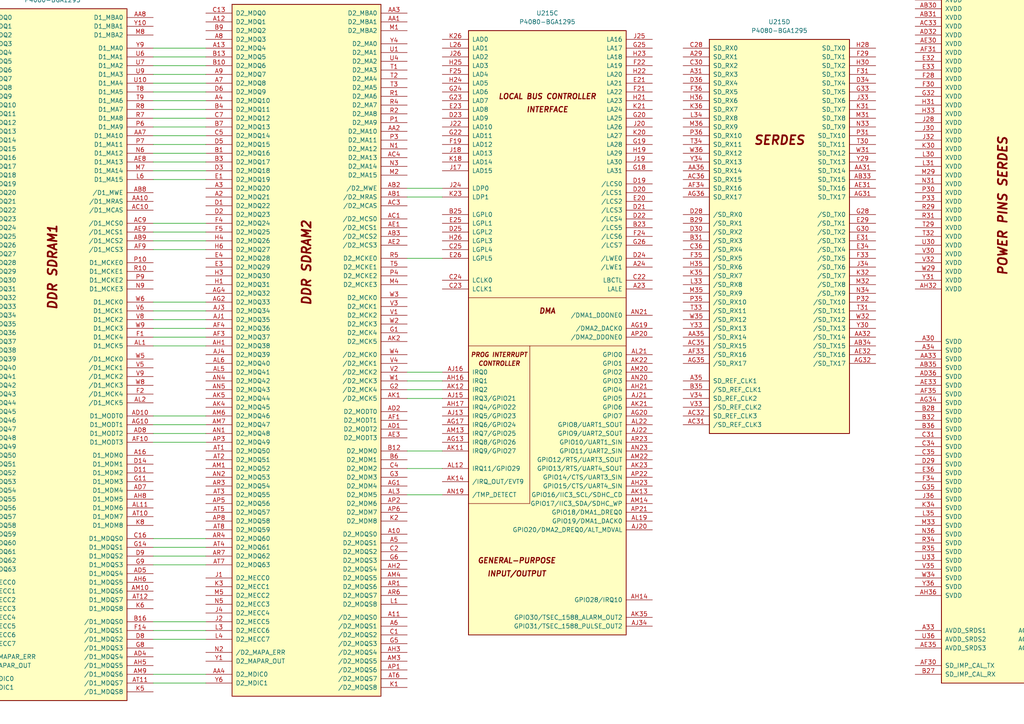
<source format=kicad_sch>
(kicad_sch (version 20250114) (generator "eeschema") (generator_version "9.0")
  (paper "A4")
  (lib_symbols
    (symbol "CPU:P4080-BGA1295" (pin_names (offset 1.016))
      (property "Reference" "U" (at 1.27 19.05 0))
      (property "Value" "P4080-BGA1295" (at 1.27 16.51 0))
      (symbol "P4080-BGA1295_1_1"
        (text "DDR SDRAM1" (at 1.27 26.67 900) (effects (font (size 2.54 2.54) (bold yes) (italic yes))))
        (pin bidirectional line (at -27.94 99.06 0) (length 7.62) (name "D1_MDQ0") (number "A17"))
        (pin bidirectional line (at -27.94 96.52 0) (length 7.62) (name "D1_MDQ1") (number "D17"))
        (pin bidirectional line (at -27.94 93.98 0) (length 7.62) (name "D1_MDQ2") (number "C14"))
        (pin bidirectional line (at -27.94 91.44 0) (length 7.62) (name "D1_MDQ3") (number "A14"))
        (pin bidirectional line (at -27.94 88.9 0) (length 7.62) (name "D1_MDQ4") (number "C17"))
        (pin bidirectional line (at -27.94 86.36 0) (length 7.62) (name "D1_MDQ5") (number "B17"))
        (pin bidirectional line (at -27.94 83.82 0) (length 7.62) (name "D1_MDQ6") (number "A15"))
        (pin bidirectional line (at -27.94 81.28 0) (length 7.62) (name "D1_MDQ7") (number "B15"))
        (pin bidirectional line (at -27.94 78.74 0) (length 7.62) (name "D1_MDQ8") (number "D15"))
        (pin bidirectional line (at -27.94 76.2 0) (length 7.62) (name "D1_MDQ9") (number "G15"))
        (pin bidirectional line (at -27.94 73.66 0) (length 7.62) (name "D1_MDQ10") (number "E12"))
        (pin bidirectional line (at -27.94 71.12 0) (length 7.62) (name "D1_MDQ11") (number "G12"))
        (pin bidirectional line (at -27.94 68.58 0) (length 7.62) (name "D1_MDQ12") (number "F16"))
        (pin bidirectional line (at -27.94 66.04 0) (length 7.62) (name "D1_MDQ13") (number "E15"))
        (pin bidirectional line (at -27.94 63.5 0) (length 7.62) (name "D1_MDQ14") (number "E13"))
        (pin bidirectional line (at -27.94 60.96 0) (length 7.62) (name "D1_MDQ15") (number "F13"))
        (pin bidirectional line (at -27.94 58.42 0) (length 7.62) (name "D1_MDQ16") (number "C8"))
        (pin bidirectional line (at -27.94 55.88 0) (length 7.62) (name "D1_MDQ17") (number "D12"))
        (pin bidirectional line (at -27.94 53.34 0) (length 7.62) (name "D1_MDQ18") (number "E9"))
        (pin bidirectional line (at -27.94 50.8 0) (length 7.62) (name "D1_MDQ19") (number "E10"))
        (pin bidirectional line (at -27.94 48.26 0) (length 7.62) (name "D1_MDQ20") (number "C11"))
        (pin bidirectional line (at -27.94 45.72 0) (length 7.62) (name "D1_MDQ21") (number "C10"))
        (pin bidirectional line (at -27.94 43.18 0) (length 7.62) (name "D1_MDQ22") (number "E6"))
        (pin bidirectional line (at -27.94 40.64 0) (length 7.62) (name "D1_MDQ23") (number "E7"))
        (pin bidirectional line (at -27.94 38.1 0) (length 7.62) (name "D1_MDQ24") (number "F7"))
        (pin bidirectional line (at -27.94 35.56 0) (length 7.62) (name "D1_MDQ25") (number "F11"))
        (pin bidirectional line (at -27.94 33.02 0) (length 7.62) (name "D1_MDQ26") (number "H10"))
        (pin bidirectional line (at -27.94 30.48 0) (length 7.62) (name "D1_MDQ27") (number "J10"))
        (pin bidirectional line (at -27.94 27.94 0) (length 7.62) (name "D1_MDQ28") (number "F10"))
        (pin bidirectional line (at -27.94 25.4 0) (length 7.62) (name "D1_MDQ29") (number "F8"))
        (pin bidirectional line (at -27.94 22.86 0) (length 7.62) (name "D1_MDQ30") (number "H7"))
        (pin bidirectional line (at -27.94 20.32 0) (length 7.62) (name "D1_MDQ31") (number "H9"))
        (pin bidirectional line (at -27.94 17.78 0) (length 7.62) (name "D1_MDQ32") (number "AC7"))
        (pin bidirectional line (at -27.94 15.24 0) (length 7.62) (name "D1_MDQ33") (number "AC6"))
        (pin bidirectional line (at -27.94 12.7 0) (length 7.62) (name "D1_MDQ34") (number "AF6"))
        (pin bidirectional line (at -27.94 10.16 0) (length 7.62) (name "D1_MDQ35") (number "AF7"))
        (pin bidirectional line (at -27.94 7.62 0) (length 7.62) (name "D1_MDQ36") (number "AB5"))
        (pin bidirectional line (at -27.94 5.08 0) (length 7.62) (name "D1_MDQ37") (number "AB6"))
        (pin bidirectional line (at -27.94 2.54 0) (length 7.62) (name "D1_MDQ38") (number "AE5"))
        (pin bidirectional line (at -27.94 0 0) (length 7.62) (name "D1_MDQ39") (number "AE6"))
        (pin bidirectional line (at -27.94 -2.54 0) (length 7.62) (name "D1_MDQ40") (number "AG5"))
        (pin bidirectional line (at -27.94 -5.08 0) (length 7.62) (name "D1_MDQ41") (number "AH9"))
        (pin bidirectional line (at -27.94 -7.62 0) (length 7.62) (name "D1_MDQ42") (number "AJ9"))
        (pin bidirectional line (at -27.94 -10.16 0) (length 7.62) (name "D1_MDQ43") (number "AJ10"))
        (pin bidirectional line (at -27.94 -12.7 0) (length 7.62) (name "D1_MDQ44") (number "AG8"))
        (pin bidirectional line (at -27.94 -15.24 0) (length 7.62) (name "D1_MDQ45") (number "AG7"))
        (pin bidirectional line (at -27.94 -17.78 0) (length 7.62) (name "D1_MDQ46") (number "AJ6"))
        (pin bidirectional line (at -27.94 -20.32 0) (length 7.62) (name "D1_MDQ47") (number "AJ7"))
        (pin bidirectional line (at -27.94 -22.86 0) (length 7.62) (name "D1_MDQ48") (number "AL9"))
        (pin bidirectional line (at -27.94 -25.4 0) (length 7.62) (name "D1_MDQ49") (number "AL8"))
        (pin bidirectional line (at -27.94 -27.94 0) (length 7.62) (name "D1_MDQ50") (number "AN10"))
        (pin bidirectional line (at -27.94 -30.48 0) (length 7.62) (name "D1_MDQ51") (number "AN11"))
        (pin bidirectional line (at -27.94 -33.02 0) (length 7.62) (name "D1_MDQ52") (number "AK8"))
        (pin bidirectional line (at -27.94 -35.56 0) (length 7.62) (name "D1_MDQ53") (number "AK7"))
        (pin bidirectional line (at -27.94 -38.1 0) (length 7.62) (name "D1_MDQ54") (number "AN7"))
        (pin bidirectional line (at -27.94 -40.64 0) (length 7.62) (name "D1_MDQ55") (number "AN8"))
        (pin bidirectional line (at -27.94 -43.18 0) (length 7.62) (name "D1_MDQ56") (number "AT9"))
        (pin bidirectional line (at -27.94 -45.72 0) (length 7.62) (name "D1_MDQ57") (number "AR10"))
        (pin bidirectional line (at -27.94 -48.26 0) (length 7.62) (name "D1_MDQ58") (number "AT13"))
        (pin bidirectional line (at -27.94 -50.8 0) (length 7.62) (name "D1_MDQ59") (number "AR13"))
        (pin bidirectional line (at -27.94 -53.34 0) (length 7.62) (name "D1_MDQ60") (number "AP9"))
        (pin bidirectional line (at -27.94 -55.88 0) (length 7.62) (name "D1_MDQ61") (number "AR9"))
        (pin bidirectional line (at -27.94 -58.42 0) (length 7.62) (name "D1_MDQ62") (number "AR12"))
        (pin bidirectional line (at -27.94 -60.96 0) (length 7.62) (name "D1_MDQ63") (number "AP12"))
        (pin bidirectional line (at -27.94 -64.77 0) (length 7.62) (name "D1_MECC0") (number "K9"))
        (pin bidirectional line (at -27.94 -67.31 0) (length 7.62) (name "D1_MECC1") (number "J5"))
        (pin bidirectional line (at -27.94 -69.85 0) (length 7.62) (name "D1_MECC2") (number "L10"))
        (pin bidirectional line (at -27.94 -72.39 0) (length 7.62) (name "D1_MECC3") (number "M10"))
        (pin bidirectional line (at -27.94 -74.93 0) (length 7.62) (name "D1_MECC4") (number "J8"))
        (pin bidirectional line (at -27.94 -77.47 0) (length 7.62) (name "D1_MECC5") (number "J7"))
        (pin bidirectional line (at -27.94 -80.01 0) (length 7.62) (name "D1_MECC6") (number "L7"))
        (pin bidirectional line (at -27.94 -82.55 0) (length 7.62) (name "D1_MECC7") (number "L9"))
        (pin input line (at -27.94 -86.36 0) (length 7.62) (name "/D1_MAPAR_ERR") (number "N8"))
        (pin output line (at -27.94 -88.9 0) (length 7.62) (name "D1_MAPAR_OUT") (number "Y7"))
        (pin bidirectional line (at -27.94 -92.71 0) (length 7.62) (name "D1_MDIC0") (number "T6"))
        (pin bidirectional line (at -27.94 -95.25 0) (length 7.62) (name "D1_MDIC1") (number "AA5"))
        (pin output line (at 30.48 99.06 180) (length 7.62) (name "D1_MBA0") (number "AA8"))
        (pin output line (at 30.48 96.52 180) (length 7.62) (name "D1_MBA1") (number "Y10"))
        (pin output line (at 30.48 93.98 180) (length 7.62) (name "D1_MBA2") (number "M8"))
        (pin output line (at 30.48 90.17 180) (length 7.62) (name "D1_MA0") (number "Y9"))
        (pin output line (at 30.48 87.63 180) (length 7.62) (name "D1_MA1") (number "U6"))
        (pin output line (at 30.48 85.09 180) (length 7.62) (name "D1_MA2") (number "U7"))
        (pin output line (at 30.48 82.55 180) (length 7.62) (name "D1_MA3") (number "U9"))
        (pin output line (at 30.48 80.01 180) (length 7.62) (name "D1_MA4") (number "U10"))
        (pin output line (at 30.48 77.47 180) (length 7.62) (name "D1_MA5") (number "T8"))
        (pin output line (at 30.48 74.93 180) (length 7.62) (name "D1_MA6") (number "T9"))
        (pin output line (at 30.48 72.39 180) (length 7.62) (name "D1_MA7") (number "R8"))
        (pin output line (at 30.48 69.85 180) (length 7.62) (name "D1_MA8") (number "R7"))
        (pin output line (at 30.48 67.31 180) (length 7.62) (name "D1_MA9") (number "P6"))
        (pin output line (at 30.48 64.77 180) (length 7.62) (name "D1_MA10") (number "AA7"))
        (pin output line (at 30.48 62.23 180) (length 7.62) (name "D1_MA11") (number "P7"))
        (pin output line (at 30.48 59.69 180) (length 7.62) (name "D1_MA12") (number "N6"))
        (pin output line (at 30.48 57.15 180) (length 7.62) (name "D1_MA13") (number "AE8"))
        (pin output line (at 30.48 54.61 180) (length 7.62) (name "D1_MA14") (number "M7"))
        (pin output line (at 30.48 52.07 180) (length 7.62) (name "D1_MA15") (number "L6"))
        (pin output line (at 30.48 48.26 180) (length 7.62) (name "/D1_MWE") (number "AB8"))
        (pin output line (at 30.48 45.72 180) (length 7.62) (name "/D1_MRAS") (number "AA10"))
        (pin output line (at 30.48 43.18 180) (length 7.62) (name "/D1_MCAS") (number "AC10"))
        (pin output line (at 30.48 39.37 180) (length 7.62) (name "/D1_MCS0") (number "AC9"))
        (pin output line (at 30.48 36.83 180) (length 7.62) (name "/D1_MCS1") (number "AE9"))
        (pin output line (at 30.48 34.29 180) (length 7.62) (name "/D1_MCS2") (number "AB9"))
        (pin output line (at 30.48 31.75 180) (length 7.62) (name "/D1_MCS3") (number "AF9"))
        (pin output line (at 30.48 27.94 180) (length 7.62) (name "D1_MCKE0") (number "P10"))
        (pin output line (at 30.48 25.4 180) (length 7.62) (name "D1_MCKE1") (number "R10"))
        (pin output line (at 30.48 22.86 180) (length 7.62) (name "D1_MCKE2") (number "P9"))
        (pin output line (at 30.48 20.32 180) (length 7.62) (name "D1_MCKE3") (number "N9"))
        (pin output line (at 30.48 16.51 180) (length 7.62) (name "D1_MCK0") (number "W6"))
        (pin output line (at 30.48 13.97 180) (length 7.62) (name "D1_MCK1") (number "V6"))
        (pin output line (at 30.48 11.43 180) (length 7.62) (name "D1_MCK2") (number "V8"))
        (pin output line (at 30.48 8.89 180) (length 7.62) (name "D1_MCK3") (number "W9"))
        (pin output line (at 30.48 6.35 180) (length 7.62) (name "D1_MCK4") (number "F1"))
        (pin output line (at 30.48 3.81 180) (length 7.62) (name "D1_MCK5") (number "AL1"))
        (pin output line (at 30.48 0 180) (length 7.62) (name "/D1_MCK0") (number "W5"))
        (pin output line (at 30.48 -2.54 180) (length 7.62) (name "/D1_MCK1") (number "V5"))
        (pin output line (at 30.48 -5.08 180) (length 7.62) (name "/D1_MCK2") (number "V9"))
        (pin output line (at 30.48 -7.62 180) (length 7.62) (name "/D1_MCK3") (number "W8"))
        (pin output line (at 30.48 -10.16 180) (length 7.62) (name "/D1_MCK4") (number "F2"))
        (pin output line (at 30.48 -12.7 180) (length 7.62) (name "/D1_MCK5") (number "AL2"))
        (pin output line (at 30.48 -16.51 180) (length 7.62) (name "D1_MODT0") (number "AD10"))
        (pin output line (at 30.48 -19.05 180) (length 7.62) (name "D1_MODT1") (number "AG10"))
        (pin output line (at 30.48 -21.59 180) (length 7.62) (name "D1_MODT2") (number "AD8"))
        (pin output line (at 30.48 -24.13 180) (length 7.62) (name "D1_MODT3") (number "AF10"))
        (pin output line (at 30.48 -27.94 180) (length 7.62) (name "D1_MDM0") (number "A16"))
        (pin output line (at 30.48 -30.48 180) (length 7.62) (name "D1_MDM1") (number "D14"))
        (pin output line (at 30.48 -33.02 180) (length 7.62) (name "D1_MDM2") (number "D11"))
        (pin output line (at 30.48 -35.56 180) (length 7.62) (name "D1_MDM3") (number "G11"))
        (pin output line (at 30.48 -38.1 180) (length 7.62) (name "D1_MDM4") (number "AD7"))
        (pin output line (at 30.48 -40.64 180) (length 7.62) (name "D1_MDM5") (number "AH8"))
        (pin output line (at 30.48 -43.18 180) (length 7.62) (name "D1_MDM6") (number "AL11"))
        (pin output line (at 30.48 -45.72 180) (length 7.62) (name "D1_MDM7") (number "AT10"))
        (pin output line (at 30.48 -48.26 180) (length 7.62) (name "D1_MDM8") (number "K8"))
        (pin bidirectional line (at 30.48 -52.07 180) (length 7.62) (name "D1_MDQS0") (number "C16"))
        (pin bidirectional line (at 30.48 -54.61 180) (length 7.62) (name "D1_MDQS1") (number "G14"))
        (pin bidirectional line (at 30.48 -57.15 180) (length 7.62) (name "D1_MDQS2") (number "D9"))
        (pin bidirectional line (at 30.48 -59.69 180) (length 7.62) (name "D1_MDQS3") (number "G9"))
        (pin bidirectional line (at 30.48 -62.23 180) (length 7.62) (name "D1_MDQS4") (number "AD5"))
        (pin bidirectional line (at 30.48 -64.77 180) (length 7.62) (name "D1_MDQS5") (number "AH6"))
        (pin bidirectional line (at 30.48 -67.31 180) (length 7.62) (name "D1_MDQS6") (number "AM10"))
        (pin bidirectional line (at 30.48 -69.85 180) (length 7.62) (name "D1_MDQS7") (number "AT12"))
        (pin bidirectional line (at 30.48 -72.39 180) (length 7.62) (name "D1_MDQS8") (number "K6"))
        (pin bidirectional line (at 30.48 -76.2 180) (length 7.62) (name "/D1_MDQS0") (number "B16"))
        (pin bidirectional line (at 30.48 -78.74 180) (length 7.62) (name "/D1_MDQS1") (number "F14"))
        (pin bidirectional line (at 30.48 -81.28 180) (length 7.62) (name "/D1_MDQS2") (number "D8"))
        (pin bidirectional line (at 30.48 -83.82 180) (length 7.62) (name "/D1_MDQS3") (number "G8"))
        (pin bidirectional line (at 30.48 -86.36 180) (length 7.62) (name "/D1_MDQS4") (number "AD4"))
        (pin bidirectional line (at 30.48 -88.9 180) (length 7.62) (name "/D1_MDQS5") (number "AH5"))
        (pin bidirectional line (at 30.48 -91.44 180) (length 7.62) (name "/D1_MDQS6") (number "AM9"))
        (pin bidirectional line (at 30.48 -93.98 180) (length 7.62) (name "/D1_MDQS7") (number "AT11"))
        (pin bidirectional line (at 30.48 -96.52 180) (length 7.62) (name "/D1_MDQS8") (number "K5"))
      )
      (symbol "P4080-BGA1295_2_1"
        (text "DDR SDRAM2" (at 1.27 26.67 900) (effects (font (size 2.54 2.54) (bold yes) (italic yes))))
        (pin bidirectional line (at -27.94 99.06 0) (length 7.62) (name "D2_MDQ0") (number "C13"))
        (pin bidirectional line (at -27.94 96.52 0) (length 7.62) (name "D2_MDQ1") (number "A12"))
        (pin bidirectional line (at -27.94 93.98 0) (length 7.62) (name "D2_MDQ2") (number "B9"))
        (pin bidirectional line (at -27.94 91.44 0) (length 7.62) (name "D2_MDQ3") (number "A8"))
        (pin bidirectional line (at -27.94 88.9 0) (length 7.62) (name "D2_MDQ4") (number "A13"))
        (pin bidirectional line (at -27.94 86.36 0) (length 7.62) (name "D2_MDQ5") (number "B13"))
        (pin bidirectional line (at -27.94 83.82 0) (length 7.62) (name "D2_MDQ6") (number "B10"))
        (pin bidirectional line (at -27.94 81.28 0) (length 7.62) (name "D2_MDQ7") (number "A9"))
        (pin bidirectional line (at -27.94 78.74 0) (length 7.62) (name "D2_MDQ8") (number "A7"))
        (pin bidirectional line (at -27.94 76.2 0) (length 7.62) (name "D2_MDQ9") (number "D6"))
        (pin bidirectional line (at -27.94 73.66 0) (length 7.62) (name "D2_MDQ10") (number "A4"))
        (pin bidirectional line (at -27.94 71.12 0) (length 7.62) (name "D2_MDQ11") (number "B4"))
        (pin bidirectional line (at -27.94 68.58 0) (length 7.62) (name "D2_MDQ12") (number "C7"))
        (pin bidirectional line (at -27.94 66.04 0) (length 7.62) (name "D2_MDQ13") (number "B7"))
        (pin bidirectional line (at -27.94 63.5 0) (length 7.62) (name "D2_MDQ14") (number "C5"))
        (pin bidirectional line (at -27.94 60.96 0) (length 7.62) (name "D2_MDQ15") (number "D5"))
        (pin bidirectional line (at -27.94 58.42 0) (length 7.62) (name "D2_MDQ16") (number "B1"))
        (pin bidirectional line (at -27.94 55.88 0) (length 7.62) (name "D2_MDQ17") (number "B3"))
        (pin bidirectional line (at -27.94 53.34 0) (length 7.62) (name "D2_MDQ18") (number "D3"))
        (pin bidirectional line (at -27.94 50.8 0) (length 7.62) (name "D2_MDQ19") (number "E1"))
        (pin bidirectional line (at -27.94 48.26 0) (length 7.62) (name "D2_MDQ20") (number "A3"))
        (pin bidirectional line (at -27.94 45.72 0) (length 7.62) (name "D2_MDQ21") (number "A2"))
        (pin bidirectional line (at -27.94 43.18 0) (length 7.62) (name "D2_MDQ22") (number "D1"))
        (pin bidirectional line (at -27.94 40.64 0) (length 7.62) (name "D2_MDQ23") (number "D2"))
        (pin bidirectional line (at -27.94 38.1 0) (length 7.62) (name "D2_MDQ24") (number "F4"))
        (pin bidirectional line (at -27.94 35.56 0) (length 7.62) (name "D2_MDQ25") (number "F5"))
        (pin bidirectional line (at -27.94 33.02 0) (length 7.62) (name "D2_MDQ26") (number "H4"))
        (pin bidirectional line (at -27.94 30.48 0) (length 7.62) (name "D2_MDQ27") (number "H6"))
        (pin bidirectional line (at -27.94 27.94 0) (length 7.62) (name "D2_MDQ28") (number "E4"))
        (pin bidirectional line (at -27.94 25.4 0) (length 7.62) (name "D2_MDQ29") (number "E3"))
        (pin bidirectional line (at -27.94 22.86 0) (length 7.62) (name "D2_MDQ30") (number "H3"))
        (pin bidirectional line (at -27.94 20.32 0) (length 7.62) (name "D2_MDQ31") (number "H1"))
        (pin bidirectional line (at -27.94 17.78 0) (length 7.62) (name "D2_MDQ32") (number "AG4"))
        (pin bidirectional line (at -27.94 15.24 0) (length 7.62) (name "D2_MDQ33") (number "AG2"))
        (pin bidirectional line (at -27.94 12.7 0) (length 7.62) (name "D2_MDQ34") (number "AJ3"))
        (pin bidirectional line (at -27.94 10.16 0) (length 7.62) (name "D2_MDQ35") (number "AJ1"))
        (pin bidirectional line (at -27.94 7.62 0) (length 7.62) (name "D2_MDQ36") (number "AF4"))
        (pin bidirectional line (at -27.94 5.08 0) (length 7.62) (name "D2_MDQ37") (number "AF3"))
        (pin bidirectional line (at -27.94 2.54 0) (length 7.62) (name "D2_MDQ38") (number "AH1"))
        (pin bidirectional line (at -27.94 0 0) (length 7.62) (name "D2_MDQ39") (number "AJ4"))
        (pin bidirectional line (at -27.94 -2.54 0) (length 7.62) (name "D2_MDQ40") (number "AL6"))
        (pin bidirectional line (at -27.94 -5.08 0) (length 7.62) (name "D2_MDQ41") (number "AL5"))
        (pin bidirectional line (at -27.94 -7.62 0) (length 7.62) (name "D2_MDQ42") (number "AN4"))
        (pin bidirectional line (at -27.94 -10.16 0) (length 7.62) (name "D2_MDQ43") (number "AN5"))
        (pin bidirectional line (at -27.94 -12.7 0) (length 7.62) (name "D2_MDQ44") (number "AK5"))
        (pin bidirectional line (at -27.94 -15.24 0) (length 7.62) (name "D2_MDQ45") (number "AK4"))
        (pin bidirectional line (at -27.94 -17.78 0) (length 7.62) (name "D2_MDQ46") (number "AM6"))
        (pin bidirectional line (at -27.94 -20.32 0) (length 7.62) (name "D2_MDQ47") (number "AM7"))
        (pin bidirectional line (at -27.94 -22.86 0) (length 7.62) (name "D2_MDQ48") (number "AN1"))
        (pin bidirectional line (at -27.94 -25.4 0) (length 7.62) (name "D2_MDQ49") (number "AP3"))
        (pin bidirectional line (at -27.94 -27.94 0) (length 7.62) (name "D2_MDQ50") (number "AT1"))
        (pin bidirectional line (at -27.94 -30.48 0) (length 7.62) (name "D2_MDQ51") (number "AT2"))
        (pin bidirectional line (at -27.94 -33.02 0) (length 7.62) (name "D2_MDQ52") (number "AM1"))
        (pin bidirectional line (at -27.94 -35.56 0) (length 7.62) (name "D2_MDQ53") (number "AN2"))
        (pin bidirectional line (at -27.94 -38.1 0) (length 7.62) (name "D2_MDQ54") (number "AR3"))
        (pin bidirectional line (at -27.94 -40.64 0) (length 7.62) (name "D2_MDQ55") (number "AT3"))
        (pin bidirectional line (at -27.94 -43.18 0) (length 7.62) (name "D2_MDQ56") (number "AP5"))
        (pin bidirectional line (at -27.94 -45.72 0) (length 7.62) (name "D2_MDQ57") (number "AT5"))
        (pin bidirectional line (at -27.94 -48.26 0) (length 7.62) (name "D2_MDQ58") (number "AP8"))
        (pin bidirectional line (at -27.94 -50.8 0) (length 7.62) (name "D2_MDQ59") (number "AT8"))
        (pin bidirectional line (at -27.94 -53.34 0) (length 7.62) (name "D2_MDQ60") (number "AR4"))
        (pin bidirectional line (at -27.94 -55.88 0) (length 7.62) (name "D2_MDQ61") (number "AT4"))
        (pin bidirectional line (at -27.94 -58.42 0) (length 7.62) (name "D2_MDQ62") (number "AR7"))
        (pin bidirectional line (at -27.94 -60.96 0) (length 7.62) (name "D2_MDQ63") (number "AT7"))
        (pin bidirectional line (at -27.94 -64.77 0) (length 7.62) (name "D2_MECC0") (number "J1"))
        (pin bidirectional line (at -27.94 -67.31 0) (length 7.62) (name "D2_MECC1") (number "K3"))
        (pin bidirectional line (at -27.94 -69.85 0) (length 7.62) (name "D2_MECC2") (number "M5"))
        (pin bidirectional line (at -27.94 -72.39 0) (length 7.62) (name "D2_MECC3") (number "N5"))
        (pin bidirectional line (at -27.94 -74.93 0) (length 7.62) (name "D2_MECC4") (number "J4"))
        (pin bidirectional line (at -27.94 -77.47 0) (length 7.62) (name "D2_MECC5") (number "J2"))
        (pin bidirectional line (at -27.94 -80.01 0) (length 7.62) (name "D2_MECC6") (number "L3"))
        (pin bidirectional line (at -27.94 -82.55 0) (length 7.62) (name "D2_MECC7") (number "L4"))
        (pin input line (at -27.94 -86.36 0) (length 7.62) (name "/D2_MAPA_ERR") (number "N2"))
        (pin output line (at -27.94 -88.9 0) (length 7.62) (name "D2_MAPAR_OUT") (number "Y1"))
        (pin bidirectional line (at -27.94 -92.71 0) (length 7.62) (name "D2_MDIC0") (number "AA4"))
        (pin bidirectional line (at -27.94 -95.25 0) (length 7.62) (name "D2_MDIC1") (number "Y6"))
        (pin output line (at 30.48 99.06 180) (length 7.62) (name "D2_MBA0") (number "AA3"))
        (pin output line (at 30.48 96.52 180) (length 7.62) (name "D2_MBA1") (number "AA1"))
        (pin output line (at 30.48 93.98 180) (length 7.62) (name "D2_MBA2") (number "M1"))
        (pin output line (at 30.48 90.17 180) (length 7.62) (name "D2_MA0") (number "Y4"))
        (pin output line (at 30.48 87.63 180) (length 7.62) (name "D2_MA1") (number "U1"))
        (pin output line (at 30.48 85.09 180) (length 7.62) (name "D2_MA2") (number "U4"))
        (pin output line (at 30.48 82.55 180) (length 7.62) (name "D2_MA3") (number "T1"))
        (pin output line (at 30.48 80.01 180) (length 7.62) (name "D2_MA4") (number "T2"))
        (pin output line (at 30.48 77.47 180) (length 7.62) (name "D2_MA5") (number "T3"))
        (pin output line (at 30.48 74.93 180) (length 7.62) (name "D2_MA6") (number "R1"))
        (pin output line (at 30.48 72.39 180) (length 7.62) (name "D2_MA7") (number "R4"))
        (pin output line (at 30.48 69.85 180) (length 7.62) (name "D2_MA8") (number "R2"))
        (pin output line (at 30.48 67.31 180) (length 7.62) (name "D2_MA9") (number "P1"))
        (pin output line (at 30.48 64.77 180) (length 7.62) (name "D2_MA10") (number "AA2"))
        (pin output line (at 30.48 62.23 180) (length 7.62) (name "D2_MA11") (number "P3"))
        (pin output line (at 30.48 59.69 180) (length 7.62) (name "D2_MA12") (number "N1"))
        (pin output line (at 30.48 57.15 180) (length 7.62) (name "D2_MA13") (number "AC4"))
        (pin output line (at 30.48 54.61 180) (length 7.62) (name "D2_MA14") (number "N3"))
        (pin output line (at 30.48 52.07 180) (length 7.62) (name "D2_MA15") (number "M2"))
        (pin output line (at 30.48 48.26 180) (length 7.62) (name "/D2_MWE") (number "AB2"))
        (pin output line (at 30.48 45.72 180) (length 7.62) (name "/D2_MRAS") (number "AB1"))
        (pin output line (at 30.48 43.18 180) (length 7.62) (name "/D2_MCAS") (number "AC3"))
        (pin output line (at 30.48 39.37 180) (length 7.62) (name "/D2_MCS0") (number "AC1"))
        (pin output line (at 30.48 36.83 180) (length 7.62) (name "/D2_MCS1") (number "AE1"))
        (pin output line (at 30.48 34.29 180) (length 7.62) (name "/D2_MCS2") (number "AB3"))
        (pin output line (at 30.48 31.75 180) (length 7.62) (name "/D2_MCS3") (number "AE2"))
        (pin output line (at 30.48 27.94 180) (length 7.62) (name "D2_MCKE0") (number "R5"))
        (pin output line (at 30.48 25.4 180) (length 7.62) (name "D2_MCKE1") (number "T5"))
        (pin output line (at 30.48 22.86 180) (length 7.62) (name "D2_MCKE2") (number "P4"))
        (pin output line (at 30.48 20.32 180) (length 7.62) (name "D2_MCKE3") (number "M4"))
        (pin output line (at 30.48 16.51 180) (length 7.62) (name "D2_MCK0") (number "W3"))
        (pin output line (at 30.48 13.97 180) (length 7.62) (name "D2_MCK1") (number "V3"))
        (pin output line (at 30.48 11.43 180) (length 7.62) (name "D2_MCK2") (number "V1"))
        (pin output line (at 30.48 8.89 180) (length 7.62) (name "D2_MCK3") (number "W2"))
        (pin output line (at 30.48 6.35 180) (length 7.62) (name "D2_MCK4") (number "G1"))
        (pin output line (at 30.48 3.81 180) (length 7.62) (name "D2_MCK5") (number "AK2"))
        (pin output line (at 30.48 0 180) (length 7.62) (name "/D2_MCK0") (number "W4"))
        (pin output line (at 30.48 -2.54 180) (length 7.62) (name "/D2_MCK1") (number "V4"))
        (pin output line (at 30.48 -5.08 180) (length 7.62) (name "/D2_MCK2") (number "V2"))
        (pin output line (at 30.48 -7.62 180) (length 7.62) (name "/D2_MCK3") (number "W1"))
        (pin output line (at 30.48 -10.16 180) (length 7.62) (name "/D2_MCK4") (number "G2"))
        (pin output line (at 30.48 -12.7 180) (length 7.62) (name "/D2_MCK5") (number "AK1"))
        (pin output line (at 30.48 -16.51 180) (length 7.62) (name "D2_MODT0") (number "AD2"))
        (pin output line (at 30.48 -19.05 180) (length 7.62) (name "D2_MODT1") (number "AF1"))
        (pin output line (at 30.48 -21.59 180) (length 7.62) (name "D2_MODT2") (number "AD1"))
        (pin output line (at 30.48 -24.13 180) (length 7.62) (name "D2_MODT3") (number "AE3"))
        (pin output line (at 30.48 -27.94 180) (length 7.62) (name "D2_MDM0") (number "B12"))
        (pin output line (at 30.48 -30.48 180) (length 7.62) (name "D2_MDM1") (number "B6"))
        (pin output line (at 30.48 -33.02 180) (length 7.62) (name "D2_MDM2") (number "C4"))
        (pin output line (at 30.48 -35.56 180) (length 7.62) (name "D2_MDM3") (number "G3"))
        (pin output line (at 30.48 -38.1 180) (length 7.62) (name "D2_MDM4") (number "AG1"))
        (pin output line (at 30.48 -40.64 180) (length 7.62) (name "D2_MDM5") (number "AL3"))
        (pin output line (at 30.48 -43.18 180) (length 7.62) (name "D2_MDM6") (number "AP2"))
        (pin output line (at 30.48 -45.72 180) (length 7.62) (name "D2_MDM7") (number "AP6"))
        (pin output line (at 30.48 -48.26 180) (length 7.62) (name "D2_MDM8") (number "K2"))
        (pin bidirectional line (at 30.48 -52.07 180) (length 7.62) (name "D2_MDQS0") (number "A10"))
        (pin bidirectional line (at 30.48 -54.61 180) (length 7.62) (name "D2_MDQS1") (number "A5"))
        (pin bidirectional line (at 30.48 -57.15 180) (length 7.62) (name "D2_MDQS2") (number "C2"))
        (pin bidirectional line (at 30.48 -59.69 180) (length 7.62) (name "D2_MDQS3") (number "G6"))
        (pin bidirectional line (at 30.48 -62.23 180) (length 7.62) (name "D2_MDQS4") (number "AH2"))
        (pin bidirectional line (at 30.48 -64.77 180) (length 7.62) (name "D2_MDQS5") (number "AM4"))
        (pin bidirectional line (at 30.48 -67.31 180) (length 7.62) (name "D2_MDQS6") (number "AR1"))
        (pin bidirectional line (at 30.48 -69.85 180) (length 7.62) (name "D2_MDQS7") (number "AR6"))
        (pin bidirectional line (at 30.48 -72.39 180) (length 7.62) (name "D2_MDQS8") (number "L1"))
        (pin bidirectional line (at 30.48 -76.2 180) (length 7.62) (name "/D2_MDQS0") (number "A11"))
        (pin bidirectional line (at 30.48 -78.74 180) (length 7.62) (name "/D2_MDQS1") (number "A6"))
        (pin bidirectional line (at 30.48 -81.28 180) (length 7.62) (name "/D2_MDQS2") (number "C1"))
        (pin bidirectional line (at 30.48 -83.82 180) (length 7.62) (name "/D2_MDQS3") (number "G5"))
        (pin bidirectional line (at 30.48 -86.36 180) (length 7.62) (name "/D2_MDQS4") (number "AH3"))
        (pin bidirectional line (at 30.48 -88.9 180) (length 7.62) (name "/D2_MDQS5") (number "AM3"))
        (pin bidirectional line (at 30.48 -91.44 180) (length 7.62) (name "/D2_MDQS6") (number "AP1"))
        (pin bidirectional line (at 30.48 -93.98 180) (length 7.62) (name "/D2_MDQS7") (number "AT6"))
        (pin bidirectional line (at 30.48 -96.52 180) (length 7.62) (name "/D2_MDQS8") (number "K1"))
      )
      (symbol "P4080-BGA1295_3_1"
        (text "PROG INTERRUPT" (at -13.97 -5.08 0) (effects (font (size 1.27 1.27) (bold yes) (italic yes))))
        (text "CONTROLLER" (at -13.97 -7.62 0) (effects (font (size 1.27 1.27) (bold yes) (italic yes))))
        (text "GENERAL-PURPOSE" (at -8.89 -64.77 0) (effects (font (size 1.524 1.524) (bold yes) (italic yes))))
        (text "INPUT/OUTPUT" (at -8.89 -68.58 0) (effects (font (size 1.524 1.524) (bold yes) (italic yes))))
        (text "LOCAL BUS CONTROLLER" (at 0 69.85 0) (effects (font (size 1.524 1.524) (bold yes) (italic yes))))
        (text "INTERFACE" (at 0 66.04 0) (effects (font (size 1.524 1.524) (bold yes) (italic yes))))
        (text "DMA" (at 0 7.62 0) (effects (font (size 1.524 1.524) (bold yes) (italic yes))))
        (pin bidirectional line (at -30.48 86.36 0) (length 7.62) (name "LAD0") (number "K26"))
        (pin bidirectional line (at -30.48 83.82 0) (length 7.62) (name "LAD1") (number "L26"))
        (pin bidirectional line (at -30.48 81.28 0) (length 7.62) (name "LAD2") (number "J26"))
        (pin bidirectional line (at -30.48 78.74 0) (length 7.62) (name "LAD3") (number "H25"))
        (pin bidirectional line (at -30.48 76.2 0) (length 7.62) (name "LAD4") (number "F25"))
        (pin bidirectional line (at -30.48 73.66 0) (length 7.62) (name "LAD5") (number "H24"))
        (pin bidirectional line (at -30.48 71.12 0) (length 7.62) (name "LAD6") (number "G24"))
        (pin bidirectional line (at -30.48 68.58 0) (length 7.62) (name "LAD7") (number "G23"))
        (pin bidirectional line (at -30.48 66.04 0) (length 7.62) (name "LAD8") (number "E23"))
        (pin bidirectional line (at -30.48 63.5 0) (length 7.62) (name "LAD9") (number "D23"))
        (pin bidirectional line (at -30.48 60.96 0) (length 7.62) (name "LAD10") (number "J22"))
        (pin bidirectional line (at -30.48 58.42 0) (length 7.62) (name "LAD11") (number "G22"))
        (pin bidirectional line (at -30.48 55.88 0) (length 7.62) (name "LAD12") (number "F19"))
        (pin bidirectional line (at -30.48 53.34 0) (length 7.62) (name "LAD13") (number "J18"))
        (pin bidirectional line (at -30.48 50.8 0) (length 7.62) (name "LAD14") (number "K18"))
        (pin bidirectional line (at -30.48 48.26 0) (length 7.62) (name "LAD15") (number "J17"))
        (pin bidirectional line (at -30.48 43.18 0) (length 7.62) (name "LDP0") (number "J24"))
        (pin bidirectional line (at -30.48 40.64 0) (length 7.62) (name "LDP1") (number "K23"))
        (pin output line (at -30.48 35.56 0) (length 7.62) (name "LGPL0") (number "B25"))
        (pin output line (at -30.48 33.02 0) (length 7.62) (name "LGPL1") (number "E25"))
        (pin output line (at -30.48 30.48 0) (length 7.62) (name "LGPL2") (number "D25"))
        (pin output line (at -30.48 27.94 0) (length 7.62) (name "LGPL3") (number "H26"))
        (pin bidirectional line (at -30.48 25.4 0) (length 7.62) (name "LGPL4") (number "C25"))
        (pin output line (at -30.48 22.86 0) (length 7.62) (name "LGPL5") (number "E26"))
        (pin output line (at -30.48 16.51 0) (length 7.62) (name "LCLK0") (number "C24"))
        (pin output line (at -30.48 13.97 0) (length 7.62) (name "LCLK1") (number "C23"))
        (pin input line (at -30.48 -10.16 0) (length 7.62) (name "IRQ0") (number "AJ16"))
        (pin input line (at -30.48 -12.7 0) (length 7.62) (name "IRQ1") (number "AH16"))
        (pin input line (at -30.48 -15.24 0) (length 7.62) (name "IRQ2") (number "AK12"))
        (pin input line (at -30.48 -17.78 0) (length 7.62) (name "IRQ3/GPIO21") (number "AJ15"))
        (pin input line (at -30.48 -20.32 0) (length 7.62) (name "IRQ4/GPIO22") (number "AH17"))
        (pin input line (at -30.48 -22.86 0) (length 7.62) (name "IRQ5/GPIO23") (number "AJ13"))
        (pin input line (at -30.48 -25.4 0) (length 7.62) (name "IRQ6/GPIO24") (number "AG17"))
        (pin input line (at -30.48 -27.94 0) (length 7.62) (name "IRQ7/GPIO25") (number "AM13"))
        (pin input line (at -30.48 -30.48 0) (length 7.62) (name "IRQ8/GPIO26") (number "AG13"))
        (pin input line (at -30.48 -33.02 0) (length 7.62) (name "IRQ9/GPIO27") (number "AK11"))
        (pin input line (at -30.48 -38.1 0) (length 7.62) (name "IRQ11/GPIO29") (number "AL12"))
        (pin output line (at -30.48 -41.91 0) (length 7.62) (name "/IRQ_OUT/EVT9") (number "AK14"))
        (pin input line (at -30.48 -45.72 0) (length 7.62) (name "/TMP_DETECT") (number "AN19"))
        (pin output line (at 30.48 86.36 180) (length 7.62) (name "LA16") (number "J25"))
        (pin output line (at 30.48 83.82 180) (length 7.62) (name "LA17") (number "G25"))
        (pin output line (at 30.48 81.28 180) (length 7.62) (name "LA18") (number "H23"))
        (pin output line (at 30.48 78.74 180) (length 7.62) (name "LA19") (number "F22"))
        (pin output line (at 30.48 76.2 180) (length 7.62) (name "LA20") (number "H22"))
        (pin output line (at 30.48 73.66 180) (length 7.62) (name "LA21") (number "E21"))
        (pin output line (at 30.48 71.12 180) (length 7.62) (name "LA22") (number "F21"))
        (pin output line (at 30.48 68.58 180) (length 7.62) (name "LA23") (number "H21"))
        (pin output line (at 30.48 66.04 180) (length 7.62) (name "LA24") (number "K21"))
        (pin output line (at 30.48 63.5 180) (length 7.62) (name "LA25") (number "G20"))
        (pin output line (at 30.48 60.96 180) (length 7.62) (name "LA26") (number "J20"))
        (pin output line (at 30.48 58.42 180) (length 7.62) (name "LA27") (number "K20"))
        (pin output line (at 30.48 55.88 180) (length 7.62) (name "LA28") (number "G19"))
        (pin output line (at 30.48 53.34 180) (length 7.62) (name "LA29") (number "H19"))
        (pin output line (at 30.48 50.8 180) (length 7.62) (name "LA30") (number "J19"))
        (pin output line (at 30.48 48.26 180) (length 7.62) (name "LA31") (number "G18"))
        (pin output line (at 30.48 44.45 180) (length 7.62) (name "/LCS0") (number "D19"))
        (pin output line (at 30.48 41.91 180) (length 7.62) (name "/LCS1") (number "D20"))
        (pin output line (at 30.48 39.37 180) (length 7.62) (name "/LCS2") (number "E20"))
        (pin output line (at 30.48 36.83 180) (length 7.62) (name "/LCS3") (number "D21"))
        (pin output line (at 30.48 34.29 180) (length 7.62) (name "/LCS4") (number "D22"))
        (pin output line (at 30.48 31.75 180) (length 7.62) (name "/LCS5") (number "B23"))
        (pin output line (at 30.48 29.21 180) (length 7.62) (name "/LCS6") (number "F24"))
        (pin output line (at 30.48 26.67 180) (length 7.62) (name "/LCS7") (number "G26"))
        (pin output line (at 30.48 22.86 180) (length 7.62) (name "/LWE0") (number "D24"))
        (pin output line (at 30.48 20.32 180) (length 7.62) (name "/LWE1") (number "A24"))
        (pin output line (at 30.48 16.51 180) (length 7.62) (name "LBCTL") (number "C22"))
        (pin bidirectional line (at 30.48 13.97 180) (length 7.62) (name "LALE") (number "A23"))
        (pin output line (at 30.48 6.35 180) (length 7.62) (name "/DMA1_DDONE0") (number "AN21"))
        (pin output line (at 30.48 2.54 180) (length 7.62) (name "/DMA2_DACK0") (number "AG19"))
        (pin output line (at 30.48 0 180) (length 7.62) (name "/DMA2_DDONE0") (number "AP20"))
        (pin bidirectional line (at 30.48 -5.08 180) (length 7.62) (name "GPIO0") (number "AL21"))
        (pin bidirectional line (at 30.48 -7.62 180) (length 7.62) (name "GPIO1") (number "AK22"))
        (pin bidirectional line (at 30.48 -10.16 180) (length 7.62) (name "GPIO2") (number "AM20"))
        (pin bidirectional line (at 30.48 -12.7 180) (length 7.62) (name "GPIO3") (number "AN20"))
        (pin bidirectional line (at 30.48 -15.24 180) (length 7.62) (name "GPIO4") (number "AH21"))
        (pin bidirectional line (at 30.48 -17.78 180) (length 7.62) (name "GPIO5") (number "AJ21"))
        (pin bidirectional line (at 30.48 -20.32 180) (length 7.62) (name "GPIO6") (number "AK21"))
        (pin bidirectional line (at 30.48 -22.86 180) (length 7.62) (name "GPIO7") (number "AG20"))
        (pin bidirectional line (at 30.48 -25.4 180) (length 7.62) (name "GPIO8/UART1_SOUT") (number "AL22"))
        (pin bidirectional line (at 30.48 -27.94 180) (length 7.62) (name "GPIO9/UART2_SOUT") (number "AJ22"))
        (pin bidirectional line (at 30.48 -30.48 180) (length 7.62) (name "GPIO10/UART1_SIN") (number "AR23"))
        (pin bidirectional line (at 30.48 -33.02 180) (length 7.62) (name "GPIO11/UART2_SIN") (number "AN23"))
        (pin bidirectional line (at 30.48 -35.56 180) (length 7.62) (name "GPIO12/RTS/UART3_SOUT") (number "AM22"))
        (pin bidirectional line (at 30.48 -38.1 180) (length 7.62) (name "GPIO13/RTS/UART4_SOUT") (number "AK23"))
        (pin bidirectional line (at 30.48 -40.64 180) (length 7.62) (name "GPIO14/CTS/UART3_SIN") (number "AP22"))
        (pin bidirectional line (at 30.48 -43.18 180) (length 7.62) (name "GPIO15/CTS/UART4_SIN") (number "AH23"))
        (pin bidirectional line (at 30.48 -45.72 180) (length 7.62) (name "GPIO16/IIC3_SCL/SDHC_CD") (number "AK13"))
        (pin bidirectional line (at 30.48 -48.26 180) (length 7.62) (name "GPIO17/IIC3_SDA/SDHC_WP") (number "AM14"))
        (pin bidirectional line (at 30.48 -50.8 180) (length 7.62) (name "GPIO18/DMA1_DREQ0") (number "AP21"))
        (pin bidirectional line (at 30.48 -53.34 180) (length 7.62) (name "GPIO19/DMA1_DACK0") (number "AL19"))
        (pin bidirectional line (at 30.48 -55.88 180) (length 7.62) (name "GPIO20/DMA2_DREQ0/ALT_MDVAL") (number "AJ20"))
        (pin bidirectional line (at 30.48 -76.2 180) (length 7.62) (name "GPIO28/IRQ10") (number "AH14"))
        (pin bidirectional line (at 30.48 -81.28 180) (length 7.62) (name "GPIO30/TSEC_1588_ALARM_OUT2") (number "AK35"))
        (pin bidirectional line (at 30.48 -83.82 180) (length 7.62) (name "GPIO31/TSEC_1588_PULSE_OUT2") (number "AJ34"))
      )
      (symbol "P4080-BGA1295_4_1"
        (text "SERDES" (at 0 29.21 0) (effects (font (size 2.54 2.54) (bold yes) (italic yes))))
        (pin input line (at -27.94 55.88 0) (length 7.62) (name "SD_RX0") (number "C28"))
        (pin input line (at -27.94 53.34 0) (length 7.62) (name "SD_RX1") (number "A29"))
        (pin input line (at -27.94 50.8 0) (length 7.62) (name "SD_RX2") (number "C30"))
        (pin input line (at -27.94 48.26 0) (length 7.62) (name "SD_RX3") (number "A31"))
        (pin input line (at -27.94 45.72 0) (length 7.62) (name "SD_RX4") (number "D36"))
        (pin input line (at -27.94 43.18 0) (length 7.62) (name "SD_RX5") (number "F36"))
        (pin input line (at -27.94 40.64 0) (length 7.62) (name "SD_RX6") (number "H36"))
        (pin input line (at -27.94 38.1 0) (length 7.62) (name "SD_RX7") (number "K36"))
        (pin input line (at -27.94 35.56 0) (length 7.62) (name "SD_RX8") (number "L34"))
        (pin input line (at -27.94 33.02 0) (length 7.62) (name "SD_RX9") (number "M36"))
        (pin input line (at -27.94 30.48 0) (length 7.62) (name "SD_RX10") (number "P36"))
        (pin input line (at -27.94 27.94 0) (length 7.62) (name "SD_RX11") (number "T34"))
        (pin input line (at -27.94 25.4 0) (length 7.62) (name "SD_RX12") (number "W36"))
        (pin input line (at -27.94 22.86 0) (length 7.62) (name "SD_RX13") (number "Y34"))
        (pin input line (at -27.94 20.32 0) (length 7.62) (name "SD_RX14") (number "AA36"))
        (pin input line (at -27.94 17.78 0) (length 7.62) (name "SD_RX15") (number "AC36"))
        (pin input line (at -27.94 15.24 0) (length 7.62) (name "SD_RX16") (number "AF34"))
        (pin input line (at -27.94 12.7 0) (length 7.62) (name "SD_RX17") (number "AG36"))
        (pin input line (at -27.94 7.62 0) (length 7.62) (name "/SD_RX0") (number "D28"))
        (pin input line (at -27.94 5.08 0) (length 7.62) (name "/SD_RX1") (number "B29"))
        (pin input line (at -27.94 2.54 0) (length 7.62) (name "/SD_RX2") (number "D30"))
        (pin input line (at -27.94 0 0) (length 7.62) (name "/SD_RX3") (number "B31"))
        (pin input line (at -27.94 -2.54 0) (length 7.62) (name "/SD_RX4") (number "C36"))
        (pin input line (at -27.94 -5.08 0) (length 7.62) (name "/SD_RX5") (number "F35"))
        (pin input line (at -27.94 -7.62 0) (length 7.62) (name "/SD_RX6") (number "H35"))
        (pin input line (at -27.94 -10.16 0) (length 7.62) (name "/SD_RX7") (number "K35"))
        (pin input line (at -27.94 -12.7 0) (length 7.62) (name "/SD_RX8") (number "L33"))
        (pin input line (at -27.94 -15.24 0) (length 7.62) (name "/SD_RX9") (number "M35"))
        (pin input line (at -27.94 -17.78 0) (length 7.62) (name "/SD_RX10") (number "P35"))
        (pin input line (at -27.94 -20.32 0) (length 7.62) (name "/SD_RX11") (number "T33"))
        (pin input line (at -27.94 -22.86 0) (length 7.62) (name "/SD_RX12") (number "W35"))
        (pin input line (at -27.94 -25.4 0) (length 7.62) (name "/SD_RX13") (number "Y33"))
        (pin input line (at -27.94 -27.94 0) (length 7.62) (name "/SD_RX14") (number "AA35"))
        (pin input line (at -27.94 -30.48 0) (length 7.62) (name "/SD_RX15") (number "AC35"))
        (pin input line (at -27.94 -33.02 0) (length 7.62) (name "/SD_RX16") (number "AF33"))
        (pin input line (at -27.94 -35.56 0) (length 7.62) (name "/SD_RX17") (number "AG35"))
        (pin input line (at -27.94 -40.64 0) (length 7.62) (name "SD_REF_CLK1") (number "A35"))
        (pin input line (at -27.94 -43.18 0) (length 7.62) (name "/SD_REF_CLK1") (number "B35"))
        (pin input line (at -27.94 -45.72 0) (length 7.62) (name "SD_REF_CLK2") (number "V34"))
        (pin input line (at -27.94 -48.26 0) (length 7.62) (name "/SD_REF_CLK2") (number "V33"))
        (pin input line (at -27.94 -50.8 0) (length 7.62) (name "SD_REF_CLK3") (number "AC32"))
        (pin input line (at -27.94 -53.34 0) (length 7.62) (name "/SD_REF_CLK3") (number "AC31"))
        (pin output line (at 27.94 55.88 180) (length 7.62) (name "SD_TX0") (number "H28"))
        (pin output line (at 27.94 53.34 180) (length 7.62) (name "SD_TX1") (number "F29"))
        (pin output line (at 27.94 50.8 180) (length 7.62) (name "SD_TX2") (number "H30"))
        (pin output line (at 27.94 48.26 180) (length 7.62) (name "SD_TX3") (number "F31"))
        (pin output line (at 27.94 45.72 180) (length 7.62) (name "SD_TX4") (number "D34"))
        (pin output line (at 27.94 43.18 180) (length 7.62) (name "SD_TX5") (number "G33"))
        (pin output line (at 27.94 40.64 180) (length 7.62) (name "SD_TX6") (number "J33"))
        (pin output line (at 27.94 38.1 180) (length 7.62) (name "SD_TX7") (number "K31"))
        (pin output line (at 27.94 35.56 180) (length 7.62) (name "SD_TX8") (number "M31"))
        (pin output line (at 27.94 33.02 180) (length 7.62) (name "SD_TX9") (number "N33"))
        (pin output line (at 27.94 30.48 180) (length 7.62) (name "SD_TX10") (number "P31"))
        (pin output line (at 27.94 27.94 180) (length 7.62) (name "SD_TX11") (number "T30"))
        (pin output line (at 27.94 25.4 180) (length 7.62) (name "SD_TX12") (number "W31"))
        (pin output line (at 27.94 22.86 180) (length 7.62) (name "SD_TX13") (number "Y29"))
        (pin output line (at 27.94 20.32 180) (length 7.62) (name "SD_TX14") (number "AA31"))
        (pin output line (at 27.94 17.78 180) (length 7.62) (name "SD_TX15") (number "AB33"))
        (pin output line (at 27.94 15.24 180) (length 7.62) (name "SD_TX16") (number "AE31"))
        (pin output line (at 27.94 12.7 180) (length 7.62) (name "SD_TX17") (number "AG31"))
        (pin output line (at 27.94 7.62 180) (length 7.62) (name "/SD_TX0") (number "G28"))
        (pin output line (at 27.94 5.08 180) (length 7.62) (name "/SD_TX1") (number "E29"))
        (pin output line (at 27.94 2.54 180) (length 7.62) (name "/SD_TX2") (number "G30"))
        (pin output line (at 27.94 0 180) (length 7.62) (name "/SD_TX3") (number "E31"))
        (pin output line (at 27.94 -2.54 180) (length 7.62) (name "/SD_TX4") (number "E34"))
        (pin output line (at 27.94 -5.08 180) (length 7.62) (name "/SD_TX5") (number "F33"))
        (pin output line (at 27.94 -7.62 180) (length 7.62) (name "/SD_TX6") (number "J34"))
        (pin output line (at 27.94 -10.16 180) (length 7.62) (name "/SD_TX7") (number "K32"))
        (pin output line (at 27.94 -12.7 180) (length 7.62) (name "/SD_TX8") (number "M32"))
        (pin output line (at 27.94 -15.24 180) (length 7.62) (name "/SD_TX9") (number "N34"))
        (pin output line (at 27.94 -17.78 180) (length 7.62) (name "/SD_TX10") (number "P32"))
        (pin output line (at 27.94 -20.32 180) (length 7.62) (name "/SD_TX11") (number "T31"))
        (pin output line (at 27.94 -22.86 180) (length 7.62) (name "/SD_TX12") (number "W32"))
        (pin output line (at 27.94 -25.4 180) (length 7.62) (name "/SD_TX13") (number "Y30"))
        (pin output line (at 27.94 -27.94 180) (length 7.62) (name "/SD_TX14") (number "AA32"))
        (pin output line (at 27.94 -30.48 180) (length 7.62) (name "/SD_TX15") (number "AB34"))
        (pin output line (at 27.94 -33.02 180) (length 7.62) (name "/SD_TX16") (number "AE32"))
        (pin output line (at 27.94 -35.56 180) (length 7.62) (name "/SD_TX17") (number "AG32"))
      )
      (symbol "P4080-BGA1295_5_1"
        (text "POWER PINS SERDES" (at 0 39.37 900) (effects (font (size 2.54 2.54) (bold yes) (italic yes))))
        (pin power_in line (at -25.4 99.06 0) (length 7.62) (name "XVDD") (number "AA29"))
        (pin power_in line (at -25.4 96.52 0) (length 7.62) (name "XVDD") (number "AB30"))
        (pin power_in line (at -25.4 93.98 0) (length 7.62) (name "XVDD") (number "AB31"))
        (pin power_in line (at -25.4 91.44 0) (length 7.62) (name "XVDD") (number "AC33"))
        (pin power_in line (at -25.4 88.9 0) (length 7.62) (name "XVDD") (number "AD32"))
        (pin power_in line (at -25.4 86.36 0) (length 7.62) (name "XVDD") (number "AE30"))
        (pin power_in line (at -25.4 83.82 0) (length 7.62) (name "XVDD") (number "AF31"))
        (pin power_in line (at -25.4 81.28 0) (length 7.62) (name "XVDD") (number "E32"))
        (pin power_in line (at -25.4 78.74 0) (length 7.62) (name "XVDD") (number "E33"))
        (pin power_in line (at -25.4 76.2 0) (length 7.62) (name "XVDD") (number "F28"))
        (pin power_in line (at -25.4 73.66 0) (length 7.62) (name "XVDD") (number "F30"))
        (pin power_in line (at -25.4 71.12 0) (length 7.62) (name "XVDD") (number "G32"))
        (pin power_in line (at -25.4 68.58 0) (length 7.62) (name "XVDD") (number "H31"))
        (pin power_in line (at -25.4 66.04 0) (length 7.62) (name "XVDD") (number "H33"))
        (pin power_in line (at -25.4 63.5 0) (length 7.62) (name "XVDD") (number "J28"))
        (pin power_in line (at -25.4 60.96 0) (length 7.62) (name "XVDD") (number "J30"))
        (pin power_in line (at -25.4 58.42 0) (length 7.62) (name "XVDD") (number "J32"))
        (pin power_in line (at -25.4 55.88 0) (length 7.62) (name "XVDD") (number "K30"))
        (pin power_in line (at -25.4 53.34 0) (length 7.62) (name "XVDD") (number "L30"))
        (pin power_in line (at -25.4 50.8 0) (length 7.62) (name "XVDD") (number "L31"))
        (pin power_in line (at -25.4 48.26 0) (length 7.62) (name "XVDD") (number "M29"))
        (pin power_in line (at -25.4 45.72 0) (length 7.62) (name "XVDD") (number "N31"))
        (pin power_in line (at -25.4 43.18 0) (length 7.62) (name "XVDD") (number "P30"))
        (pin power_in line (at -25.4 40.64 0) (length 7.62) (name "XVDD") (number "P33"))
        (pin power_in line (at -25.4 38.1 0) (length 7.62) (name "XVDD") (number "R29"))
        (pin power_in line (at -25.4 35.56 0) (length 7.62) (name "XVDD") (number "R31"))
        (pin power_in line (at -25.4 33.02 0) (length 7.62) (name "XVDD") (number "T29"))
        (pin power_in line (at -25.4 30.48 0) (length 7.62) (name "XVDD") (number "T32"))
        (pin power_in line (at -25.4 27.94 0) (length 7.62) (name "XVDD") (number "U30"))
        (pin power_in line (at -25.4 25.4 0) (length 7.62) (name "XVDD") (number "V30"))
        (pin power_in line (at -25.4 22.86 0) (length 7.62) (name "XVDD") (number "V32"))
        (pin power_in line (at -25.4 20.32 0) (length 7.62) (name "XVDD") (number "W29"))
        (pin power_in line (at -25.4 17.78 0) (length 7.62) (name "XVDD") (number "Y31"))
        (pin power_in line (at -25.4 15.24 0) (length 7.62) (name "XVDD") (number "AH32"))
        (pin power_in line (at -25.4 0 0) (length 7.62) (name "SVDD") (number "A30"))
        (pin power_in line (at -25.4 -2.54 0) (length 7.62) (name "SVDD") (number "A34"))
        (pin power_in line (at -25.4 -5.08 0) (length 7.62) (name "SVDD") (number "AA33"))
        (pin power_in line (at -25.4 -7.62 0) (length 7.62) (name "SVDD") (number "AB35"))
        (pin power_in line (at -25.4 -10.16 0) (length 7.62) (name "SVDD") (number "AD36"))
        (pin power_in line (at -25.4 -12.7 0) (length 7.62) (name "SVDD") (number "AE33"))
        (pin power_in line (at -25.4 -15.24 0) (length 7.62) (name "SVDD") (number "AF35"))
        (pin power_in line (at -25.4 -17.78 0) (length 7.62) (name "SVDD") (number "AG34"))
        (pin power_in line (at -25.4 -20.32 0) (length 7.62) (name "SVDD") (number "B28"))
        (pin power_in line (at -25.4 -22.86 0) (length 7.62) (name "SVDD") (number "B32"))
        (pin power_in line (at -25.4 -25.4 0) (length 7.62) (name "SVDD") (number "B36"))
        (pin power_in line (at -25.4 -27.94 0) (length 7.62) (name "SVDD") (number "C31"))
        (pin power_in line (at -25.4 -30.48 0) (length 7.62) (name "SVDD") (number "C34"))
        (pin power_in line (at -25.4 -33.02 0) (length 7.62) (name "SVDD") (number "C35"))
        (pin power_in line (at -25.4 -35.56 0) (length 7.62) (name "SVDD") (number "D29"))
        (pin power_in line (at -25.4 -38.1 0) (length 7.62) (name "SVDD") (number "E36"))
        (pin power_in line (at -25.4 -40.64 0) (length 7.62) (name "SVDD") (number "F34"))
        (pin power_in line (at -25.4 -43.18 0) (length 7.62) (name "SVDD") (number "G35"))
        (pin power_in line (at -25.4 -45.72 0) (length 7.62) (name "SVDD") (number "J36"))
        (pin power_in line (at -25.4 -48.26 0) (length 7.62) (name "SVDD") (number "K34"))
        (pin power_in line (at -25.4 -50.8 0) (length 7.62) (name "SVDD") (number "L35"))
        (pin power_in line (at -25.4 -53.34 0) (length 7.62) (name "SVDD") (number "M33"))
        (pin power_in line (at -25.4 -55.88 0) (length 7.62) (name "SVDD") (number "N36"))
        (pin power_in line (at -25.4 -58.42 0) (length 7.62) (name "SVDD") (number "R34"))
        (pin power_in line (at -25.4 -60.96 0) (length 7.62) (name "SVDD") (number "R35"))
        (pin power_in line (at -25.4 -63.5 0) (length 7.62) (name "SVDD") (number "U33"))
        (pin power_in line (at -25.4 -66.04 0) (length 7.62) (name "SVDD") (number "V35"))
        (pin power_in line (at -25.4 -68.58 0) (length 7.62) (name "SVDD") (number "W34"))
        (pin power_in line (at -25.4 -71.12 0) (length 7.62) (name "SVDD") (number "Y36"))
        (pin power_in line (at -25.4 -73.66 0) (length 7.62) (name "SVDD") (number "AH36"))
        (pin power_in line (at -25.4 -83.82 0) (length 7.62) (name "AVDD_SRDS1") (number "A33"))
        (pin power_in line (at -25.4 -86.36 0) (length 7.62) (name "AVDD_SRDS2") (number "U36"))
        (pin power_in line (at -25.4 -88.9 0) (length 7.62) (name "AVDD_SRDS3") (number "AE35"))
        (pin input line (at -25.4 -93.98 0) (length 7.62) (name "SD_IMP_CAL_TX") (number "AF30"))
        (pin input line (at -25.4 -96.52 0) (length 7.62) (name "SD_IMP_CAL_RX") (number "B27"))
        (pin power_in line (at 25.4 99.06 180) (length 7.62) (name "XGND") (number "AA30"))
        (pin power_in line (at 25.4 96.52 180) (length 7.62) (name "XGND") (number "AB32"))
        (pin power_in line (at 25.4 93.98 180) (length 7.62) (name "XGND") (number "AC30"))
        (pin power_in line (at 25.4 91.44 180) (length 7.62) (name "XGND") (number "AC34"))
        (pin power_in line (at 25.4 88.9 180) (length 7.62) (name "XGND") (number "AD30"))
        (pin power_in line (at 25.4 86.36 180) (length 7.62) (name "XGND") (number "AD31"))
        (pin power_in line (at 25.4 83.82 180) (length 7.62) (name "XGND") (number "AF32"))
        (pin power_in line (at 25.4 81.28 180) (length 7.62) (name "XGND") (number "AG30"))
        (pin power_in line (at 25.4 78.74 180) (length 7.62) (name "XGND") (number "D33"))
        (pin power_in line (at 25.4 76.2 180) (length 7.62) (name "XGND") (number "E28"))
        (pin power_in line (at 25.4 73.66 180) (length 7.62) (name "XGND") (number "E30"))
        (pin power_in line (at 25.4 71.12 180) (length 7.62) (name "XGND") (number "F32"))
        (pin power_in line (at 25.4 68.58 180) (length 7.62) (name "XGND") (number "G29"))
        (pin power_in line (at 25.4 66.04 180) (length 7.62) (name "XGND") (number "G31"))
        (pin power_in line (at 25.4 63.5 180) (length 7.62) (name "XGND") (number "H29"))
        (pin power_in line (at 25.4 60.96 180) (length 7.62) (name "XGND") (number "H32"))
        (pin power_in line (at 25.4 58.42 180) (length 7.62) (name "XGND") (number "H34"))
        (pin power_in line (at 25.4 55.88 180) (length 7.62) (name "XGND") (number "J29"))
        (pin power_in line (at 25.4 53.34 180) (length 7.62) (name "XGND") (number "J31"))
        (pin power_in line (at 25.4 50.8 180) (length 7.62) (name "XGND") (number "K28"))
        (pin power_in line (at 25.4 48.26 180) (length 7.62) (name "XGND") (number "K29"))
        (pin power_in line (at 25.4 45.72 180) (length 7.62) (name "XGND") (number "L29"))
        (pin power_in line (at 25.4 43.18 180) (length 7.62) (name "XGND") (number "L32"))
        (pin power_in line (at 25.4 40.64 180) (length 7.62) (name "XGND") (number "M30"))
        (pin power_in line (at 25.4 38.1 180) (length 7.62) (name "XGND") (number "N29"))
        (pin power_in line (at 25.4 35.56 180) (length 7.62) (name "XGND") (number "N30"))
        (pin power_in line (at 25.4 33.02 180) (length 7.62) (name "XGND") (number "N32"))
        (pin power_in line (at 25.4 30.48 180) (length 7.62) (name "XGND") (number "P29"))
        (pin power_in line (at 25.4 27.94 180) (length 7.62) (name "XGND") (number "P34"))
        (pin power_in line (at 25.4 25.4 180) (length 7.62) (name "XGND") (number "R30"))
        (pin power_in line (at 25.4 22.86 180) (length 7.62) (name "XGND") (number "R32"))
        (pin power_in line (at 25.4 20.32 180) (length 7.62) (name "XGND") (number "U29"))
        (pin power_in line (at 25.4 17.78 180) (length 7.62) (name "XGND") (number "U31"))
        (pin power_in line (at 25.4 15.24 180) (length 7.62) (name "XGND") (number "V29"))
        (pin power_in line (at 25.4 12.7 180) (length 7.62) (name "XGND") (number "V31"))
        (pin power_in line (at 25.4 10.16 180) (length 7.62) (name "XGND") (number "W30"))
        (pin power_in line (at 25.4 7.62 180) (length 7.62) (name "XGND") (number "Y32"))
        (pin power_in line (at 25.4 5.08 180) (length 7.62) (name "XGND") (number "AH31"))
        (pin power_in line (at 25.4 0 180) (length 7.62) (name "SGND") (number "A28"))
        (pin power_in line (at 25.4 -2.54 180) (length 7.62) (name "SGND") (number "A32"))
        (pin power_in line (at 25.4 -5.08 180) (length 7.62) (name "SGND") (number "A36"))
        (pin power_in line (at 25.4 -7.62 180) (length 7.62) (name "SGND") (number "AA34"))
        (pin power_in line (at 25.4 -10.16 180) (length 7.62) (name "SGND") (number "AB36"))
        (pin power_in line (at 25.4 -12.7 180) (length 7.62) (name "SGND") (number "AD35"))
        (pin power_in line (at 25.4 -15.24 180) (length 7.62) (name "SGND") (number "AE34"))
        (pin power_in line (at 25.4 -17.78 180) (length 7.62) (name "SGND") (number "AF36"))
        (pin power_in line (at 25.4 -20.32 180) (length 7.62) (name "SGND") (number "AG33"))
        (pin power_in line (at 25.4 -22.86 180) (length 7.62) (name "SGND") (number "B30"))
        (pin power_in line (at 25.4 -25.4 180) (length 7.62) (name "SGND") (number "B34"))
        (pin power_in line (at 25.4 -27.94 180) (length 7.62) (name "SGND") (number "C29"))
        (pin power_in line (at 25.4 -30.48 180) (length 7.62) (name "SGND") (number "C33"))
        (pin power_in line (at 25.4 -33.02 180) (length 7.62) (name "SGND") (number "D31"))
        (pin power_in line (at 25.4 -35.56 180) (length 7.62) (name "SGND") (number "D35"))
        (pin power_in line (at 25.4 -38.1 180) (length 7.62) (name "SGND") (number "E35"))
        (pin power_in line (at 25.4 -40.64 180) (length 7.62) (name "SGND") (number "G34"))
        (pin power_in line (at 25.4 -43.18 180) (length 7.62) (name "SGND") (number "G36"))
        (pin power_in line (at 25.4 -45.72 180) (length 7.62) (name "SGND") (number "J35"))
        (pin power_in line (at 25.4 -48.26 180) (length 7.62) (name "SGND") (number "K33"))
        (pin power_in line (at 25.4 -50.8 180) (length 7.62) (name "SGND") (number "L36"))
        (pin power_in line (at 25.4 -53.34 180) (length 7.62) (name "SGND") (number "M34"))
        (pin power_in line (at 25.4 -55.88 180) (length 7.62) (name "SGND") (number "N35"))
        (pin power_in line (at 25.4 -58.42 180) (length 7.62) (name "SGND") (number "R33"))
        (pin power_in line (at 25.4 -60.96 180) (length 7.62) (name "SGND") (number "R36"))
        (pin power_in line (at 25.4 -63.5 180) (length 7.62) (name "SGND") (number "T35"))
        (pin power_in line (at 25.4 -66.04 180) (length 7.62) (name "SGND") (number "U34"))
        (pin power_in line (at 25.4 -68.58 180) (length 7.62) (name "SGND") (number "V36"))
        (pin power_in line (at 25.4 -71.12 180) (length 7.62) (name "SGND") (number "W33"))
        (pin power_in line (at 25.4 -73.66 180) (length 7.62) (name "SGND") (number "Y35"))
        (pin power_in line (at 25.4 -76.2 180) (length 7.62) (name "SGND") (number "AH35"))
        (pin power_in line (at 25.4 -78.74 180) (length 7.62) (name "SGND") (number "AH33"))
        (pin power_in line (at 25.4 -83.82 180) (length 7.62) (name "AGND_SRDS1") (number "B33"))
        (pin power_in line (at 25.4 -86.36 180) (length 7.62) (name "AGND_SRDS2") (number "T36"))
        (pin power_in line (at 25.4 -88.9 180) (length 7.62) (name "AGND_SRDS3") (number "AE36"))
      )
      (symbol "P4080-BGA1295_6_1"
        (text "USB1" (at -20.32 82.55 0) (effects (font (size 1.524 1.524))))
        (text "USB2" (at -20.32 58.42 0) (effects (font (size 1.524 1.524))))
        (text "CLOCK" (at -17.78 -63.5 0) (effects (font (size 1.524 1.524))))
        (text "JTAG" (at -17.78 -74.93 0) (effects (font (size 1.524 1.524))))
        (text "eSDHC" (at -15.24 41.91 0) (effects (font (size 1.524 1.524))))
        (text "I²C INTERFACE" (at -15.24 -3.81 0) (effects (font (size 1.524 1.524))))
        (text "SYSTEM" (at -12.7 -86.36 0) (effects (font (size 1.524 1.524))))
        (text "CONTROL" (at -12.7 -88.9 0) (effects (font (size 1.524 1.524))))
        (text "DEBUG" (at -1.27 -39.37 0) (effects (font (size 1.524 1.524))))
        (text "I/O VOLTAGE SELECT" (at 5.08 -69.85 0) (effects (font (size 0.0254 0.0254))))
        (text "IEEE 1588" (at 6.35 21.59 0) (effects (font (size 1.524 1.524))))
        (text "DUART" (at 6.35 -3.81 0) (effects (font (size 1.524 1.524))))
        (text "eSPI" (at 8.89 41.91 0) (effects (font (size 1.524 1.524))))
        (text "DFT" (at 8.89 -90.17 0) (effects (font (size 1.524 1.524))))
        (text "I/O VOLT.SELECT" (at 10.16 -77.47 0) (effects (font (size 1.524 1.524))))
        (text "PWR MANAGEMENT" (at 11.43 -63.5 0) (effects (font (size 1.524 1.524))))
        (pin output line (at -43.18 96.52 0) (length 7.62) (name "USB1_STP/EC1_TX_EN") (number "AR36"))
        (pin input line (at -43.18 91.44 0) (length 7.62) (name "USB1_NXT/EC1_RX_DV") (number "AM34"))
        (pin input line (at -43.18 88.9 0) (length 7.62) (name "USB1_DIR/EC1_RX_CLK") (number "AM36"))
        (pin input line (at -43.18 86.36 0) (length 7.62) (name "USB1_CLK/EC1_GTX_CLK") (number "AP35"))
        (pin output line (at -43.18 72.39 0) (length 7.62) (name "USB2_STP/EC2_TX_EN") (number "AR31"))
        (pin input line (at -43.18 67.31 0) (length 7.62) (name "USB2_NXT/EC2_RX_DV") (number "AR33"))
        (pin input line (at -43.18 64.77 0) (length 7.62) (name "USB2_DIR/EC2_RX_CLK") (number "AT33"))
        (pin input line (at -43.18 62.23 0) (length 7.62) (name "USB2_CLK/EC2_GTX_CLK") (number "AN31"))
        (pin bidirectional line (at -43.18 46.99 0) (length 7.62) (name "SDHC_CMD") (number "AG23"))
        (pin bidirectional line (at -43.18 44.45 0) (length 7.62) (name "SDHC_DAT0") (number "AP24"))
        (pin bidirectional line (at -43.18 41.91 0) (length 7.62) (name "SDHC_DAT1") (number "AT24"))
        (pin bidirectional line (at -43.18 39.37 0) (length 7.62) (name "SDHC_DAT2") (number "AM23"))
        (pin bidirectional line (at -43.18 36.83 0) (length 7.62) (name "SDHC_DAT3") (number "AG22"))
        (pin bidirectional line (at -43.18 34.29 0) (length 7.62) (name "SDHC_DAT4/SPI_CS0") (number "AN29"))
        (pin bidirectional line (at -43.18 31.75 0) (length 7.62) (name "SDHC_DAT5/SPI_CS1") (number "AJ28"))
        (pin bidirectional line (at -43.18 29.21 0) (length 7.62) (name "SDHC_DAT6/SPI_CS2") (number "AR29"))
        (pin bidirectional line (at -43.18 26.67 0) (length 7.62) (name "SDHC_DAT7/SPI_CS3") (number "AM29"))
        (pin output line (at -43.18 22.86 0) (length 7.62) (name "SDHC_CLK") (number "AL23"))
        (pin input line (at -43.18 10.16 0) (length 7.62) (name "TSEC_1588_CLK_IN") (number "AL35"))
        (pin input line (at -43.18 7.62 0) (length 7.62) (name "TSEC_1588_TRIG_IN1C") (number "AL36"))
        (pin input line (at -43.18 5.08 0) (length 7.62) (name "TSEC_1588_TRIG_IN2") (number "AK36"))
        (pin bidirectional line (at -43.18 -5.08 0) (length 7.62) (name "IIC1_SCL") (number "AH15"))
        (pin bidirectional line (at -43.18 -7.62 0) (length 7.62) (name "IIC1_SDA") (number "AN14"))
        (pin bidirectional line (at -43.18 -11.43 0) (length 7.62) (name "INC2_SCL") (number "AM15"))
        (pin bidirectional line (at -43.18 -13.97 0) (length 7.62) (name "INC2_SDA") (number "AL14"))
        (pin bidirectional line (at -43.18 -17.78 0) (length 7.62) (name "IIC3_SCL/GPIO16/SDHC_CD") (number "AK13"))
        (pin bidirectional line (at -43.18 -20.32 0) (length 7.62) (name "IIC3_SDA/GPIO17/SDHC_WP") (number "AM14"))
        (pin bidirectional line (at -43.18 -24.13 0) (length 7.62) (name "IIC4_SCL/EVT5") (number "AG14"))
        (pin bidirectional line (at -43.18 -26.67 0) (length 7.62) (name "IIC4_SDA/EVT6") (number "AL15"))
        (pin bidirectional line (at -43.18 -34.29 0) (length 7.62) (name "/EVT0") (number "AJ17"))
        (pin bidirectional line (at -43.18 -36.83 0) (length 7.62) (name "/EVT1") (number "AK17"))
        (pin bidirectional line (at -43.18 -39.37 0) (length 7.62) (name "/EVT2") (number "AN16"))
        (pin bidirectional line (at -43.18 -41.91 0) (length 7.62) (name "/EVT3") (number "AK16"))
        (pin bidirectional line (at -43.18 -44.45 0) (length 7.62) (name "/EVT4") (number "AM16"))
        (pin bidirectional line (at -43.18 -57.15 0) (length 7.62) (name "/EVT9/IRQ_OUT") (number "AK14"))
        (pin input line (at -43.18 -62.23 0) (length 7.62) (name "RTC") (number "AN24"))
        (pin input line (at -43.18 -64.77 0) (length 7.62) (name "SYSCLK") (number "AT23"))
        (pin input line (at -43.18 -69.85 0) (length 7.62) (name "TCK") (number "AR22"))
        (pin input line (at -43.18 -72.39 0) (length 7.62) (name "TDI") (number "AN17"))
        (pin output line (at -43.18 -74.93 0) (length 7.62) (name "TDO") (number "AP15"))
        (pin input line (at -43.18 -77.47 0) (length 7.62) (name "TMS") (number "AR20"))
        (pin input line (at -43.18 -80.01 0) (length 7.62) (name "/TRST") (number "AR19"))
        (pin input line (at -43.18 -83.82 0) (length 7.62) (name "/PORESET") (number "AP17"))
        (pin bidirectional line (at -43.18 -86.36 0) (length 7.62) (name "/HRESET") (number "AR17"))
        (pin output line (at -43.18 -88.9 0) (length 7.62) (name "/RESET_REQ") (number "AT16"))
        (pin output line (at -43.18 -91.44 0) (length 7.62) (name "/CKSTP_OUT") (number "AM19"))
        (pin bidirectional line (at 40.64 96.52 180) (length 7.62) (name "USB1_D0/EC1_RXD0") (number "AN36"))
        (pin bidirectional line (at 40.64 93.98 180) (length 7.62) (name "USB1_D0/EC1_RXD1") (number "AN35"))
        (pin bidirectional line (at 40.64 91.44 180) (length 7.62) (name "USB1_D2/EC1_RXD2") (number "AN34"))
        (pin bidirectional line (at 40.64 88.9 180) (length 7.62) (name "USB1_D3/EC1_RXD3") (number "AM33"))
        (pin bidirectional line (at 40.64 86.36 180) (length 7.62) (name "USB1_D4/EC1_TXD0") (number "AT35"))
        (pin bidirectional line (at 40.64 83.82 180) (length 7.62) (name "USB1_D5/EC1_TXD1") (number "AR34"))
        (pin bidirectional line (at 40.64 81.28 180) (length 7.62) (name "USB1_D6/EC1_TXD2") (number "AT34"))
        (pin bidirectional line (at 40.64 78.74 180) (length 7.62) (name "USB1_D7/EC1_TXD3") (number "AP36"))
        (pin bidirectional line (at 40.64 72.39 180) (length 7.62) (name "USB2_D0/EC2_RXD0") (number "AT32"))
        (pin bidirectional line (at 40.64 69.85 180) (length 7.62) (name "USB2_D1/EC2_RXD1") (number "AP32"))
        (pin bidirectional line (at 40.64 67.31 180) (length 7.62) (name "USB2_D2/EC2_RXD2") (number "AN32"))
        (pin bidirectional line (at 40.64 64.77 180) (length 7.62) (name "USB2_D3/EC2_RXD3") (number "AP33"))
        (pin bidirectional line (at 40.64 62.23 180) (length 7.62) (name "USB2_D4/EC2_TXD0") (number "AT30"))
        (pin bidirectional line (at 40.64 59.69 180) (length 7.62) (name "USB2_D5/EC2_TXD1") (number "AR30"))
        (pin bidirectional line (at 40.64 57.15 180) (length 7.62) (name "USB2_D6/EC2_TXD2") (number "AP30"))
        (pin bidirectional line (at 40.64 54.61 180) (length 7.62) (name "USB2_D7/EC2_TXD3") (number "AT31"))
        (pin bidirectional line (at 40.64 46.99 180) (length 7.62) (name "SPI_MOSI") (number "AT29"))
        (pin input line (at 40.64 44.45 180) (length 7.62) (name "SPI_MISO") (number "AH28"))
        (pin output line (at 40.64 40.64 180) (length 7.62) (name "SPI_CLK") (number "AK29"))
        (pin output line (at 40.64 19.05 180) (length 7.62) (name "TSEC_1588_CLK_OUT") (number "AM30"))
        (pin output line (at 40.64 15.24 180) (length 7.62) (name "TSEC_1588_ALARM_OUT1") (number "AJ36"))
        (pin output line (at 40.64 12.7 180) (length 7.62) (name "TSEC_1588_ALARM_OUT2/GPIO30") (number "AK35"))
        (pin output line (at 40.64 7.62 180) (length 7.62) (name "TSEC_1588_PULSE_OUT1") (number "AL30"))
        (pin output line (at 40.64 5.08 180) (length 7.62) (name "TSEC_1588_PULSE_OUT2/GPIO31") (number "AJ34"))
        (pin input line (at 40.64 -5.08 180) (length 7.62) (name "UART1_SIN/GPIO10") (number "AR23"))
        (pin input line (at 40.64 -7.62 180) (length 7.62) (name "UART2_SIN/GPIO11") (number "AN23"))
        (pin input line (at 40.64 -11.43 180) (length 7.62) (name "UART1_CTS/UART3_SIN/GPIO14") (number "AP22"))
        (pin input line (at 40.64 -13.97 180) (length 7.62) (name "UART2_CTS/UART4_SIN/GPIO15") (number "AH23"))
        (pin output line (at 40.64 -17.78 180) (length 7.62) (name "UART1_SDOUT/GPIO8") (number "AL22"))
        (pin output line (at 40.64 -20.32 180) (length 7.62) (name "UART2_SDOUT/GPIO9") (number "AJ22"))
        (pin output line (at 40.64 -24.13 180) (length 7.62) (name "UART1_RTS/UART3_SDOUT/GPIO12") (number "AM22"))
        (pin output line (at 40.64 -26.67 180) (length 7.62) (name "UART2_RTS/UART4_SDOUT/GPIO13") (number "AK23"))
        (pin output line (at 40.64 -34.29 180) (length 7.62) (name "MDVA") (number "AR15"))
        (pin output line (at 40.64 -38.1 180) (length 7.62) (name "MSRCID0") (number "AH20"))
        (pin output line (at 40.64 -40.64 180) (length 7.62) (name "MSRCID1") (number "AJ19"))
        (pin output line (at 40.64 -43.18 180) (length 7.62) (name "MSRCID2") (number "AH18"))
        (pin output line (at 40.64 -46.99 180) (length 7.62) (name "ALT_MDVAL/DMA2_DREQ0/GPIO20") (number "AJ20"))
        (pin output line (at 40.64 -49.53 180) (length 7.62) (name "ALT_MSRCID0/DMA2_DACK0/EVT7") (number "AG19"))
        (pin output line (at 40.64 -52.07 180) (length 7.62) (name "ALT_MSRCID1/DMA2_DDONE0/EVT8") (number "AP20"))
        (pin output line (at 40.64 -57.15 180) (length 7.62) (name "CLK_OUT") (number "AK20"))
        (pin output line (at 40.64 -63.5 180) (length 7.62) (name "ASLEEP") (number "AR21"))
        (pin input line (at 40.64 -72.39 180) (length 7.62) (name "IO_VSEL0") (number "AL18"))
        (pin input line (at 40.64 -74.93 180) (length 7.62) (name "IO_VSEL1") (number "AP18"))
        (pin input line (at 40.64 -77.47 180) (length 7.62) (name "IO_VSEL2") (number "AK18"))
        (pin input line (at 40.64 -80.01 180) (length 7.62) (name "IO_VSEL3") (number "AM18"))
        (pin input line (at 40.64 -82.55 180) (length 7.62) (name "IO_VSEL4") (number "AH19"))
        (pin input line (at 40.64 -88.9 180) (length 7.62) (name "/SCAN_MODE") (number "AL17"))
        (pin input line (at 40.64 -91.44 180) (length 7.62) (name "/TEST_SEL") (number "AT21"))
      )
      (symbol "P4080-BGA1295_7_1"
        (text "ETHERNET" (at 1.27 26.67 0) (effects (font (size 1.524 1.524) (bold yes) (italic yes))))
        (pin input line (at -33.02 25.4 0) (length 7.62) (name "EC_GTX_CLK125") (number "AK34"))
        (pin input line (at -33.02 22.86 0) (length 7.62) (name "EC_XTRNL_TX_STMP1") (number "AM31"))
        (pin input line (at -33.02 20.32 0) (length 7.62) (name "EC_XTRNL_RX_STMP1") (number "AK32"))
        (pin input line (at -33.02 17.78 0) (length 7.62) (name "EC_XTRNL_TX_STMP2") (number "AJ31"))
        (pin input line (at -33.02 15.24 0) (length 7.62) (name "EC_XTRNL_RX_STMP2") (number "AK31"))
        (pin input line (at -33.02 10.16 0) (length 7.62) (name "EC1_RX_CLK/USB1_DIR") (number "AM36"))
        (pin input line (at -33.02 7.62 0) (length 7.62) (name "EC1_RX_DV/USB1_NXT") (number "AM34"))
        (pin input line (at -33.02 2.54 0) (length 7.62) (name "EC1_RXD0/USB1_D0") (number "AN36"))
        (pin input line (at -33.02 0 0) (length 7.62) (name "EC1_RXD1/USB1_D1") (number "AN35"))
        (pin input line (at -33.02 -2.54 0) (length 7.62) (name "EC1_RXD2/USB1_D2") (number "AN34"))
        (pin input line (at -33.02 -5.08 0) (length 7.62) (name "EC1_RXD3/USB1_D3") (number "AM33"))
        (pin input line (at -33.02 -10.16 0) (length 7.62) (name "EC2_RX_CLK/USB2_DIR") (number "AT33"))
        (pin input line (at -33.02 -12.7 0) (length 7.62) (name "EC2_RX_DV/USB2_NXT") (number "AR33"))
        (pin input line (at -33.02 -17.78 0) (length 7.62) (name "EC2_RXD0/USB2_D0") (number "AT32"))
        (pin input line (at -33.02 -20.32 0) (length 7.62) (name "EC2_RXD1/USB2_D1") (number "AP32"))
        (pin input line (at -33.02 -22.86 0) (length 7.62) (name "EC2_RXD2/USB2_D2") (number "AN32"))
        (pin input line (at -33.02 -25.4 0) (length 7.62) (name "EC2_RXD3/USB2_D3") (number "AP33"))
        (pin output line (at 33.02 24.13 180) (length 7.62) (name "EMI1_MDC") (number "AJ33"))
        (pin bidirectional line (at 33.02 21.59 180) (length 7.62) (name "EMI1_MDIO") (number "AL32"))
        (pin output line (at 33.02 17.78 180) (length 7.62) (name "EMI2_MDC") (number "AK30"))
        (pin bidirectional line (at 33.02 15.24 180) (length 7.62) (name "EMI2_MDIO") (number "AJ30"))
        (pin output line (at 33.02 10.16 180) (length 7.62) (name "EC1_GTX_CLK/USB1_CLK") (number "AP35"))
        (pin output line (at 33.02 7.62 180) (length 7.62) (name "EC1_TX_EN/USB1_STP") (number "AR36"))
        (pin output line (at 33.02 2.54 180) (length 7.62) (name "EC1_TXD0/USB1_D4") (number "AT35"))
        (pin output line (at 33.02 0 180) (length 7.62) (name "EC1_TXD1/USB1_D5") (number "AR34"))
        (pin output line (at 33.02 -2.54 180) (length 7.62) (name "EC1_TXD2/USB1_D6") (number "AT34"))
        (pin bidirectional line (at 33.02 -5.08 180) (length 7.62) (name "EC1_TXD3/USB1_D7") (number "AP36"))
        (pin output line (at 33.02 -10.16 180) (length 7.62) (name "EC2_GTX_CLK/USB2_CLK") (number "AN31"))
        (pin output line (at 33.02 -12.7 180) (length 7.62) (name "EC2_TX_EN/USB2_STP") (number "AR31"))
        (pin output line (at 33.02 -17.78 180) (length 7.62) (name "EC2_TXD0/USB2_D4") (number "AT30"))
        (pin output line (at 33.02 -20.32 180) (length 7.62) (name "EC2_TXD1/USB2_D5") (number "AR30"))
        (pin output line (at 33.02 -22.86 180) (length 7.62) (name "EC2_TXD2/USB2_D6") (number "AP30"))
        (pin bidirectional line (at 33.02 -25.4 180) (length 7.62) (name "EC2_TXD3/USB2_D7") (number "AT31"))
      )
      (symbol "P4080-BGA1295_8_1"
        (text "GND PINS" (at 0 26.67 0) (effects (font (size 3.81 3.81) (bold yes) (italic yes))))
        (pin power_in line (at -58.42 124.46 0) (length 7.62) (name "GND") (number "AK34"))
        (pin power_in line (at -58.42 121.92 0) (length 7.62) (name "GND") (number "L12"))
        (pin power_in line (at -58.42 119.38 0) (length 7.62) (name "GND") (number "AD27"))
        (pin power_in line (at -58.42 116.84 0) (length 7.62) (name "GND") (number "Y27"))
        (pin power_in line (at -58.42 114.3 0) (length 7.62) (name "GND") (number "V27"))
        (pin power_in line (at -58.42 111.76 0) (length 7.62) (name "GND") (number "T27"))
        (pin power_in line (at -58.42 109.22 0) (length 7.62) (name "GND") (number "M25"))
        (pin power_in line (at -58.42 106.68 0) (length 7.62) (name "GND") (number "P25"))
        (pin power_in line (at -58.42 104.14 0) (length 7.62) (name "GND") (number "T25"))
        (pin power_in line (at -58.42 101.6 0) (length 7.62) (name "GND") (number "V17"))
        (pin power_in line (at -58.42 99.06 0) (length 7.62) (name "GND") (number "P27"))
        (pin power_in line (at -58.42 96.52 0) (length 7.62) (name "GND") (number "Y25"))
        (pin power_in line (at -58.42 93.98 0) (length 7.62) (name "GND") (number "AB25"))
        (pin power_in line (at -58.42 91.44 0) (length 7.62) (name "GND") (number "AD25"))
        (pin power_in line (at -58.42 88.9 0) (length 7.62) (name "GND") (number "AF25"))
        (pin power_in line (at -58.42 86.36 0) (length 7.62) (name "GND") (number "AE24"))
        (pin power_in line (at -58.42 83.82 0) (length 7.62) (name "GND") (number "AC24"))
        (pin power_in line (at -58.42 81.28 0) (length 7.62) (name "GND") (number "AA24"))
        (pin power_in line (at -58.42 78.74 0) (length 7.62) (name "GND") (number "W24"))
        (pin power_in line (at -58.42 76.2 0) (length 7.62) (name "GND") (number "U24"))
        (pin power_in line (at -58.42 73.66 0) (length 7.62) (name "GND") (number "R24"))
        (pin power_in line (at -58.42 71.12 0) (length 7.62) (name "GND") (number "N24"))
        (pin power_in line (at -58.42 68.58 0) (length 7.62) (name "GND") (number "L24"))
        (pin power_in line (at -58.42 66.04 0) (length 7.62) (name "GND") (number "M23"))
        (pin power_in line (at -58.42 63.5 0) (length 7.62) (name "GND") (number "P23"))
        (pin power_in line (at -58.42 60.96 0) (length 7.62) (name "GND") (number "T23"))
        (pin power_in line (at -58.42 58.42 0) (length 7.62) (name "GND") (number "V23"))
        (pin power_in line (at -58.42 55.88 0) (length 7.62) (name "GND") (number "Y23"))
        (pin power_in line (at -58.42 53.34 0) (length 7.62) (name "GND") (number "AB23"))
        (pin power_in line (at -58.42 50.8 0) (length 7.62) (name "GND") (number "AD23"))
        (pin power_in line (at -58.42 48.26 0) (length 7.62) (name "GND") (number "AF23"))
        (pin power_in line (at -58.42 45.72 0) (length 7.62) (name "GND") (number "N22"))
        (pin power_in line (at -58.42 43.18 0) (length 7.62) (name "GND") (number "R22"))
        (pin power_in line (at -58.42 40.64 0) (length 7.62) (name "GND") (number "U22"))
        (pin power_in line (at -58.42 38.1 0) (length 7.62) (name "GND") (number "W22"))
        (pin power_in line (at -58.42 35.56 0) (length 7.62) (name "GND") (number "AA22"))
        (pin power_in line (at -58.42 33.02 0) (length 7.62) (name "GND") (number "AC22"))
        (pin power_in line (at -58.42 30.48 0) (length 7.62) (name "GND") (number "AE22"))
        (pin power_in line (at -58.42 27.94 0) (length 7.62) (name "GND") (number "M21"))
        (pin power_in line (at -58.42 25.4 0) (length 7.62) (name "GND") (number "P21"))
        (pin power_in line (at -58.42 22.86 0) (length 7.62) (name "GND") (number "T21"))
        (pin power_in line (at -58.42 20.32 0) (length 7.62) (name "GND") (number "V21"))
        (pin power_in line (at -58.42 17.78 0) (length 7.62) (name "GND") (number "Y21"))
        (pin power_in line (at -58.42 15.24 0) (length 7.62) (name "GND") (number "AB21"))
        (pin power_in line (at -58.42 12.7 0) (length 7.62) (name "GND") (number "AD21"))
        (pin power_in line (at -58.42 10.16 0) (length 7.62) (name "GND") (number "AF21"))
        (pin power_in line (at -58.42 7.62 0) (length 7.62) (name "GND") (number "W20"))
        (pin power_in line (at -58.42 5.08 0) (length 7.62) (name "GND") (number "AC20"))
        (pin power_in line (at -58.42 2.54 0) (length 7.62) (name "GND") (number "AA20"))
        (pin power_in line (at -58.42 0 0) (length 7.62) (name "GND") (number "AE20"))
        (pin power_in line (at -58.42 -2.54 0) (length 7.62) (name "GND") (number "U20"))
        (pin power_in line (at -58.42 -5.08 0) (length 7.62) (name "GND") (number "R20"))
        (pin power_in line (at -58.42 -7.62 0) (length 7.62) (name "GND") (number "N20"))
        (pin power_in line (at -58.42 -10.16 0) (length 7.62) (name "GND") (number "M19"))
        (pin power_in line (at -58.42 -12.7 0) (length 7.62) (name "GND") (number "P19"))
        (pin power_in line (at -58.42 -15.24 0) (length 7.62) (name "GND") (number "T19"))
        (pin power_in line (at -58.42 -17.78 0) (length 7.62) (name "GND") (number "V19"))
        (pin power_in line (at -58.42 -20.32 0) (length 7.62) (name "GND") (number "Y19"))
        (pin power_in line (at -58.42 -22.86 0) (length 7.62) (name "GND") (number "AB19"))
        (pin power_in line (at -58.42 -25.4 0) (length 7.62) (name "GND") (number "AD19"))
        (pin power_in line (at -58.42 -27.94 0) (length 7.62) (name "GND") (number "AF19"))
        (pin power_in line (at -58.42 -30.48 0) (length 7.62) (name "GND") (number "AE18"))
        (pin power_in line (at -58.42 -33.02 0) (length 7.62) (name "GND") (number "AA18"))
        (pin power_in line (at -58.42 -35.56 0) (length 7.62) (name "GND") (number "AC18"))
        (pin power_in line (at -58.42 -38.1 0) (length 7.62) (name "GND") (number "W18"))
        (pin power_in line (at -58.42 -40.64 0) (length 7.62) (name "GND") (number "AF17"))
        (pin power_in line (at -58.42 -43.18 0) (length 7.62) (name "GND") (number "AD17"))
        (pin power_in line (at -58.42 -45.72 0) (length 7.62) (name "GND") (number "AB17"))
        (pin power_in line (at -58.42 -48.26 0) (length 7.62) (name "GND") (number "Y17"))
        (pin power_in line (at -58.42 -50.8 0) (length 7.62) (name "GND") (number "U18"))
        (pin power_in line (at -58.42 -53.34 0) (length 7.62) (name "GND") (number "R18"))
        (pin power_in line (at -58.42 -55.88 0) (length 7.62) (name "GND") (number "N18"))
        (pin power_in line (at -58.42 -58.42 0) (length 7.62) (name "GND") (number "T17"))
        (pin power_in line (at -58.42 -60.96 0) (length 7.62) (name "GND") (number "P17"))
        (pin power_in line (at -58.42 -63.5 0) (length 7.62) (name "GND") (number "M17"))
        (pin power_in line (at -58.42 -66.04 0) (length 7.62) (name "GND") (number "N16"))
        (pin power_in line (at -58.42 -68.58 0) (length 7.62) (name "GND") (number "R16"))
        (pin power_in line (at -58.42 -71.12 0) (length 7.62) (name "GND") (number "U16"))
        (pin power_in line (at -58.42 -73.66 0) (length 7.62) (name "GND") (number "AE16"))
        (pin power_in line (at -58.42 -76.2 0) (length 7.62) (name "GND") (number "AA16"))
        (pin power_in line (at -58.42 -78.74 0) (length 7.62) (name "GND") (number "AC16"))
        (pin power_in line (at -58.42 -81.28 0) (length 7.62) (name "GND") (number "W16"))
        (pin power_in line (at -58.42 -83.82 0) (length 7.62) (name "GND") (number "AF15"))
        (pin power_in line (at -58.42 -86.36 0) (length 7.62) (name "GND") (number "AD15"))
        (pin power_in line (at -58.42 -88.9 0) (length 7.62) (name "GND") (number "AB15"))
        (pin power_in line (at -58.42 -91.44 0) (length 7.62) (name "GND") (number "Y15"))
        (pin power_in line (at -58.42 -93.98 0) (length 7.62) (name "GND") (number "V15"))
        (pin power_in line (at -58.42 -96.52 0) (length 7.62) (name "GND") (number "T15"))
        (pin power_in line (at -58.42 -99.06 0) (length 7.62) (name "GND") (number "P15"))
        (pin power_in line (at -58.42 -101.6 0) (length 7.62) (name "GND") (number "M15"))
        (pin power_in line (at -58.42 -104.14 0) (length 7.62) (name "GND") (number "L14"))
        (pin power_in line (at -58.42 -106.68 0) (length 7.62) (name "GND") (number "N14"))
        (pin power_in line (at -58.42 -109.22 0) (length 7.62) (name "GND") (number "R14"))
        (pin power_in line (at -58.42 -111.76 0) (length 7.62) (name "GND") (number "U14"))
        (pin power_in line (at -58.42 -114.3 0) (length 7.62) (name "GND") (number "W14"))
        (pin power_in line (at -58.42 -116.84 0) (length 7.62) (name "GND") (number "AA14"))
        (pin power_in line (at -58.42 -119.38 0) (length 7.62) (name "GND") (number "AC14"))
        (pin power_in line (at -58.42 -121.92 0) (length 7.62) (name "GND") (number "AE14"))
        (pin power_in line (at -43.18 134.62 270) (length 7.62) (name "GND") (number "C3"))
        (pin power_in line (at -40.64 134.62 270) (length 7.62) (name "GND") (number "B5"))
        (pin power_in line (at -38.1 134.62 270) (length 7.62) (name "GND") (number "F3"))
        (pin power_in line (at -35.56 134.62 270) (length 7.62) (name "GND") (number "E5"))
        (pin power_in line (at -33.02 134.62 270) (length 7.62) (name "GND") (number "D7"))
        (pin power_in line (at -30.48 134.62 270) (length 7.62) (name "GND") (number "C9"))
        (pin power_in line (at -27.94 134.62 270) (length 7.62) (name "GND") (number "B11"))
        (pin power_in line (at -25.4 134.62 270) (length 7.62) (name "GND") (number "J3"))
        (pin power_in line (at -22.86 134.62 270) (length 7.62) (name "GND") (number "H5"))
        (pin power_in line (at -20.32 134.62 270) (length 7.62) (name "GND") (number "G7"))
        (pin power_in line (at -17.78 134.62 270) (length 7.62) (name "GND") (number "F9"))
        (pin power_in line (at -15.24 134.62 270) (length 7.62) (name "GND") (number "E11"))
        (pin power_in line (at -12.7 134.62 270) (length 7.62) (name "GND") (number "D13"))
        (pin power_in line (at -10.16 134.62 270) (length 7.62) (name "GND") (number "C15"))
        (pin power_in line (at -7.62 134.62 270) (length 7.62) (name "GND") (number "K19"))
        (pin power_in line (at -5.08 134.62 270) (length 7.62) (name "GND") (number "B20"))
        (pin power_in line (at -2.54 134.62 270) (length 7.62) (name "GND") (number "B22"))
        (pin power_in line (at 0 134.62 270) (length 7.62) (name "GND") (number "E19"))
        (pin power_in line (at 2.54 134.62 270) (length 7.62) (name "GND") (number "L22"))
        (pin power_in line (at 5.08 134.62 270) (length 7.62) (name "GND") (number "J23"))
        (pin power_in line (at 7.62 134.62 270) (length 7.62) (name "GND") (number "A22"))
        (pin power_in line (at 10.16 134.62 270) (length 7.62) (name "GND") (number "L20"))
        (pin power_in line (at 12.7 134.62 270) (length 7.62) (name "GND") (number "A26"))
        (pin power_in line (at 15.24 134.62 270) (length 7.62) (name "GND") (number "A18"))
        (pin power_in line (at 17.78 134.62 270) (length 7.62) (name "GND") (number "E17"))
        (pin power_in line (at 20.32 134.62 270) (length 7.62) (name "GND") (number "F23"))
        (pin power_in line (at 22.86 134.62 270) (length 7.62) (name "GND") (number "J27"))
        (pin power_in line (at 25.4 134.62 270) (length 7.62) (name "GND") (number "F27"))
        (pin power_in line (at 27.94 134.62 270) (length 7.62) (name "GND") (number "G21"))
        (pin power_in line (at 30.48 134.62 270) (length 7.62) (name "GND") (number "K25"))
        (pin power_in line (at 33.02 134.62 270) (length 7.62) (name "GND") (number "B18"))
        (pin power_in line (at 35.56 134.62 270) (length 7.62) (name "GND") (number "L18"))
        (pin power_in line (at 38.1 134.62 270) (length 7.62) (name "GND") (number "J21"))
        (pin power_in line (at 40.64 134.62 270) (length 7.62) (name "GND") (number "M27"))
        (pin power_in line (at 43.18 134.62 270) (length 7.62) (name "GND") (number "G13"))
        (pin power_in line (at 58.42 124.46 180) (length 7.62) (name "GND") (number "F15"))
        (pin power_in line (at 58.42 121.92 180) (length 7.62) (name "GND") (number "H11"))
        (pin power_in line (at 58.42 119.38 180) (length 7.62) (name "GND") (number "J9"))
        (pin power_in line (at 58.42 116.84 180) (length 7.62) (name "GND") (number "K7"))
        (pin power_in line (at 58.42 114.3 180) (length 7.62) (name "GND") (number "L5"))
        (pin power_in line (at 58.42 111.76 180) (length 7.62) (name "GND") (number "M3"))
        (pin power_in line (at 58.42 109.22 180) (length 7.62) (name "GND") (number "R3"))
        (pin power_in line (at 58.42 106.68 180) (length 7.62) (name "GND") (number "P5"))
        (pin power_in line (at 58.42 104.14 180) (length 7.62) (name "GND") (number "N7"))
        (pin power_in line (at 58.42 101.6 180) (length 7.62) (name "GND") (number "M9"))
        (pin power_in line (at 58.42 99.06 180) (length 7.62) (name "GND") (number "V25"))
        (pin power_in line (at 58.42 96.52 180) (length 7.62) (name "GND") (number "R9"))
        (pin power_in line (at 58.42 93.98 180) (length 7.62) (name "GND") (number "T7"))
        (pin power_in line (at 58.42 91.44 180) (length 7.62) (name "GND") (number "U5"))
        (pin power_in line (at 58.42 88.9 180) (length 7.62) (name "GND") (number "U3"))
        (pin power_in line (at 58.42 86.36 180) (length 7.62) (name "GND") (number "Y3"))
        (pin power_in line (at 58.42 83.82 180) (length 7.62) (name "GND") (number "Y5"))
        (pin power_in line (at 58.42 81.28 180) (length 7.62) (name "GND") (number "W7"))
        (pin power_in line (at 58.42 78.74 180) (length 7.62) (name "GND") (number "V10"))
        (pin power_in line (at 58.42 76.2 180) (length 7.62) (name "GND") (number "AA9"))
        (pin power_in line (at 58.42 73.66 180) (length 7.62) (name "GND") (number "AB7"))
        (pin power_in line (at 58.42 71.12 180) (length 7.62) (name "GND") (number "AC5"))
        (pin power_in line (at 58.42 68.58 180) (length 7.62) (name "GND") (number "AD3"))
        (pin power_in line (at 58.42 66.04 180) (length 7.62) (name "GND") (number "AD9"))
        (pin power_in line (at 58.42 63.5 180) (length 7.62) (name "GND") (number "AE7"))
        (pin power_in line (at 58.42 60.96 180) (length 7.62) (name "GND") (number "AF5"))
        (pin power_in line (at 58.42 58.42 180) (length 7.62) (name "GND") (number "AG3"))
        (pin power_in line (at 58.42 55.88 180) (length 7.62) (name "GND") (number "AG9"))
        (pin power_in line (at 58.42 53.34 180) (length 7.62) (name "GND") (number "AH7"))
        (pin power_in line (at 58.42 50.8 180) (length 7.62) (name "GND") (number "AJ5"))
        (pin power_in line (at 58.42 48.26 180) (length 7.62) (name "GND") (number "AK3"))
        (pin power_in line (at 58.42 45.72 180) (length 7.62) (name "GND") (number "AN3"))
        (pin power_in line (at 58.42 43.18 180) (length 7.62) (name "GND") (number "AM5"))
        (pin power_in line (at 58.42 40.64 180) (length 7.62) (name "GND") (number "AL7"))
        (pin power_in line (at 58.42 38.1 180) (length 7.62) (name "GND") (number "AK9"))
        (pin power_in line (at 58.42 35.56 180) (length 7.62) (name "GND") (number "AJ11"))
        (pin power_in line (at 58.42 33.02 180) (length 7.62) (name "GND") (number "AH13"))
        (pin power_in line (at 58.42 30.48 180) (length 7.62) (name "GND") (number "AR5"))
        (pin power_in line (at 58.42 27.94 180) (length 7.62) (name "GND") (number "AP7"))
        (pin power_in line (at 58.42 25.4 180) (length 7.62) (name "GND") (number "AN9"))
        (pin power_in line (at 58.42 22.86 180) (length 7.62) (name "GND") (number "AM11"))
        (pin power_in line (at 58.42 20.32 180) (length 7.62) (name "GND") (number "AL13"))
        (pin power_in line (at 58.42 17.78 180) (length 7.62) (name "GND") (number "AK15"))
        (pin power_in line (at 58.42 15.24 180) (length 7.62) (name "GND") (number "AG18"))
        (pin power_in line (at 58.42 12.7 180) (length 7.62) (name "GND") (number "AR11"))
        (pin power_in line (at 58.42 10.16 180) (length 7.62) (name "GND") (number "AP13"))
        (pin power_in line (at 58.42 7.62 180) (length 7.62) (name "GND") (number "AN15"))
        (pin power_in line (at 58.42 5.08 180) (length 7.62) (name "GND") (number "AM17"))
        (pin power_in line (at 58.42 2.54 180) (length 7.62) (name "GND") (number "AK19"))
        (pin power_in line (at 58.42 0 180) (length 7.62) (name "GND") (number "AF13"))
        (pin power_in line (at 58.42 -2.54 180) (length 7.62) (name "GND") (number "AR18"))
        (pin power_in line (at 58.42 -5.08 180) (length 7.62) (name "GND") (number "AB27"))
        (pin power_in line (at 58.42 -7.62 180) (length 7.62) (name "GND") (number "AP19"))
        (pin power_in line (at 58.42 -10.16 180) (length 7.62) (name "GND") (number "AH22"))
        (pin power_in line (at 58.42 -12.7 180) (length 7.62) (name "GND") (number "AM21"))
        (pin power_in line (at 58.42 -15.24 180) (length 7.62) (name "GND") (number "AL29"))
        (pin power_in line (at 58.42 -17.78 180) (length 7.62) (name "GND") (number "AR16"))
        (pin power_in line (at 58.42 -20.32 180) (length 7.62) (name "GND") (number "AT22"))
        (pin power_in line (at 58.42 -22.86 180) (length 7.62) (name "GND") (number "AP23"))
        (pin power_in line (at 58.42 -25.4 180) (length 7.62) (name "GND") (number "AR32"))
        (pin power_in line (at 58.42 -27.94 180) (length 7.62) (name "GND") (number "AK28"))
        (pin power_in line (at 58.42 -30.48 180) (length 7.62) (name "GND") (number "AE27"))
        (pin power_in line (at 58.42 -33.02 180) (length 7.62) (name "GND") (number "L16"))
        (pin power_in line (at 58.42 -35.56 180) (length 7.62) (name "GND") (number "AP34"))
        (pin power_in line (at 58.42 -38.1 180) (length 7.62) (name "GND") (number "AJ32"))
        (pin power_in line (at 58.42 -40.64 180) (length 7.62) (name "GND") (number "AN30"))
        (pin power_in line (at 58.42 -43.18 180) (length 7.62) (name "GND") (number "AH34"))
        (pin power_in line (at 58.42 -45.72 180) (length 7.62) (name "GND") (number "AT36"))
        (pin power_in line (at 58.42 -48.26 180) (length 7.62) (name "GND") (number "AL34"))
        (pin power_in line (at 58.42 -50.8 180) (length 7.62) (name "GND") (number "AM32"))
        (pin power_in line (at 58.42 -53.34 180) (length 7.62) (name "GND") (number "AE26"))
        (pin power_in line (at 58.42 -55.88 180) (length 7.62) (name "GND") (number "AC26"))
        (pin power_in line (at 58.42 -58.42 180) (length 7.62) (name "GND") (number "AA26"))
        (pin power_in line (at 58.42 -60.96 180) (length 7.62) (name "GND") (number "W26"))
        (pin power_in line (at 58.42 -63.5 180) (length 7.62) (name "GND") (number "U26"))
        (pin power_in line (at 58.42 -66.04 180) (length 7.62) (name "GND") (number "R26"))
        (pin power_in line (at 58.42 -68.58 180) (length 7.62) (name "GND") (number "N26"))
        (pin power_in line (at 58.42 -71.12 180) (length 7.62) (name "GND") (number "M11"))
        (pin power_in line (at 58.42 -73.66 180) (length 7.62) (name "GND") (number "P11"))
        (pin power_in line (at 58.42 -76.2 180) (length 7.62) (name "GND") (number "T11"))
        (pin power_in line (at 58.42 -78.74 180) (length 7.62) (name "GND") (number "V11"))
        (pin power_in line (at 58.42 -81.28 180) (length 7.62) (name "GND") (number "Y11"))
        (pin power_in line (at 58.42 -83.82 180) (length 7.62) (name "GND") (number "AB11"))
        (pin power_in line (at 58.42 -86.36 180) (length 7.62) (name "GND") (number "AD11"))
        (pin power_in line (at 58.42 -88.9 180) (length 7.62) (name "GND") (number "AE12"))
        (pin power_in line (at 58.42 -91.44 180) (length 7.62) (name "GND") (number "AC12"))
        (pin power_in line (at 58.42 -93.98 180) (length 7.62) (name "GND") (number "AA12"))
        (pin power_in line (at 58.42 -96.52 180) (length 7.62) (name "GND") (number "W12"))
        (pin power_in line (at 58.42 -99.06 180) (length 7.62) (name "GND") (number "U12"))
        (pin power_in line (at 58.42 -101.6 180) (length 7.62) (name "GND") (number "R12"))
        (pin power_in line (at 58.42 -104.14 180) (length 7.62) (name "GND") (number "N12"))
        (pin power_in line (at 58.42 -106.68 180) (length 7.62) (name "GND") (number "M13"))
        (pin power_in line (at 58.42 -109.22 180) (length 7.62) (name "GND") (number "P13"))
        (pin power_in line (at 58.42 -111.76 180) (length 7.62) (name "GND") (number "T13"))
        (pin power_in line (at 58.42 -114.3 180) (length 7.62) (name "GND") (number "V13"))
        (pin power_in line (at 58.42 -116.84 180) (length 7.62) (name "GND") (number "Y13"))
        (pin power_in line (at 58.42 -119.38 180) (length 7.62) (name "GND") (number "AB13"))
        (pin power_in line (at 58.42 -121.92 180) (length 7.62) (name "GND") (number "AD13"))
      )
      (symbol "P4080-BGA1295_9_1"
        (text "POWER PINS" (at 0 36.83 900) (effects (font (size 2.54 2.54) (bold yes) (italic yes))))
        (pin power_in line (at -25.4 86.36 0) (length 7.62) (name "GVDD") (number "B2"))
        (pin power_in line (at -25.4 83.82 0) (length 7.62) (name "GVDD") (number "B8"))
        (pin power_in line (at -25.4 81.28 0) (length 7.62) (name "GVDD") (number "B14"))
        (pin power_in line (at -25.4 78.74 0) (length 7.62) (name "GVDD") (number "C18"))
        (pin power_in line (at -25.4 76.2 0) (length 7.62) (name "GVDD") (number "C12"))
        (pin power_in line (at -25.4 73.66 0) (length 7.62) (name "GVDD") (number "C6"))
        (pin power_in line (at -25.4 71.12 0) (length 7.62) (name "GVDD") (number "D4"))
        (pin power_in line (at -25.4 68.58 0) (length 7.62) (name "GVDD") (number "D10"))
        (pin power_in line (at -25.4 66.04 0) (length 7.62) (name "GVDD") (number "D16"))
        (pin power_in line (at -25.4 63.5 0) (length 7.62) (name "GVDD") (number "E14"))
        (pin power_in line (at -25.4 60.96 0) (length 7.62) (name "GVDD") (number "E8"))
        (pin power_in line (at -25.4 58.42 0) (length 7.62) (name "GVDD") (number "E2"))
        (pin power_in line (at -25.4 55.88 0) (length 7.62) (name "GVDD") (number "F6"))
        (pin power_in line (at -25.4 53.34 0) (length 7.62) (name "GVDD") (number "F12"))
        (pin power_in line (at -25.4 50.8 0) (length 7.62) (name "GVDD") (number "AR8"))
        (pin power_in line (at -25.4 48.26 0) (length 7.62) (name "GVDD") (number "G4"))
        (pin power_in line (at -25.4 45.72 0) (length 7.62) (name "GVDD") (number "G10"))
        (pin power_in line (at -25.4 43.18 0) (length 7.62) (name "GVDD") (number "G16"))
        (pin power_in line (at -25.4 40.64 0) (length 7.62) (name "GVDD") (number "H14"))
        (pin power_in line (at -25.4 38.1 0) (length 7.62) (name "GVDD") (number "H8"))
        (pin power_in line (at -25.4 35.56 0) (length 7.62) (name "GVDD") (number "H2"))
        (pin power_in line (at -25.4 33.02 0) (length 7.62) (name "GVDD") (number "J6"))
        (pin power_in line (at -25.4 30.48 0) (length 7.62) (name "GVDD") (number "K10"))
        (pin power_in line (at -25.4 27.94 0) (length 7.62) (name "GVDD") (number "K4"))
        (pin power_in line (at -25.4 25.4 0) (length 7.62) (name "GVDD") (number "L2"))
        (pin power_in line (at -25.4 22.86 0) (length 7.62) (name "GVDD") (number "L8"))
        (pin power_in line (at -25.4 20.32 0) (length 7.62) (name "GVDD") (number "M6"))
        (pin power_in line (at -25.4 17.78 0) (length 7.62) (name "GVDD") (number "N4"))
        (pin power_in line (at -25.4 15.24 0) (length 7.62) (name "GVDD") (number "N10"))
        (pin power_in line (at -25.4 12.7 0) (length 7.62) (name "GVDD") (number "P8"))
        (pin power_in line (at -25.4 10.16 0) (length 7.62) (name "GVDD") (number "P2"))
        (pin power_in line (at -25.4 7.62 0) (length 7.62) (name "GVDD") (number "R6"))
        (pin power_in line (at -25.4 5.08 0) (length 7.62) (name "GVDD") (number "T10"))
        (pin power_in line (at -25.4 2.54 0) (length 7.62) (name "GVDD") (number "T4"))
        (pin power_in line (at -25.4 0 0) (length 7.62) (name "GVDD") (number "J12"))
        (pin power_in line (at -25.4 -2.54 0) (length 7.62) (name "GVDD") (number "U2"))
        (pin power_in line (at -25.4 -5.08 0) (length 7.62) (name "GVDD") (number "U8"))
        (pin power_in line (at -25.4 -7.62 0) (length 7.62) (name "GVDD") (number "V7"))
        (pin power_in line (at -25.4 -10.16 0) (length 7.62) (name "GVDD") (number "AK10"))
        (pin power_in line (at -25.4 -12.7 0) (length 7.62) (name "GVDD") (number "W10"))
        (pin power_in line (at -25.4 -15.24 0) (length 7.62) (name "GVDD") (number "AA6"))
        (pin power_in line (at -25.4 -17.78 0) (length 7.62) (name "GVDD") (number "AR2"))
        (pin power_in line (at -25.4 -20.32 0) (length 7.62) (name "GVDD") (number "Y2"))
        (pin power_in line (at -25.4 -22.86 0) (length 7.62) (name "GVDD") (number "Y8"))
        (pin power_in line (at -25.4 -25.4 0) (length 7.62) (name "GVDD") (number "AC2"))
        (pin power_in line (at -25.4 -27.94 0) (length 7.62) (name "GVDD") (number "AD6"))
        (pin power_in line (at -25.4 -30.48 0) (length 7.62) (name "GVDD") (number "AE10"))
        (pin power_in line (at -25.4 -33.02 0) (length 7.62) (name "GVDD") (number "AE4"))
        (pin power_in line (at -25.4 -35.56 0) (length 7.62) (name "GVDD") (number "AF2"))
        (pin power_in line (at -25.4 -38.1 0) (length 7.62) (name "GVDD") (number "AF8"))
        (pin power_in line (at -25.4 -40.64 0) (length 7.62) (name "GVDD") (number "AB4"))
        (pin power_in line (at -25.4 -43.18 0) (length 7.62) (name "GVDD") (number "AB10"))
        (pin power_in line (at -25.4 -45.72 0) (length 7.62) (name "GVDD") (number "AC8"))
        (pin power_in line (at -25.4 -48.26 0) (length 7.62) (name "GVDD") (number "AG6"))
        (pin power_in line (at -25.4 -50.8 0) (length 7.62) (name "GVDD") (number "AH10"))
        (pin power_in line (at -25.4 -53.34 0) (length 7.62) (name "GVDD") (number "AH4"))
        (pin power_in line (at -25.4 -55.88 0) (length 7.62) (name "GVDD") (number "AJ2"))
        (pin power_in line (at -25.4 -58.42 0) (length 7.62) (name "GVDD") (number "AJ8"))
        (pin power_in line (at -25.4 -60.96 0) (length 7.62) (name "GVDD") (number "AR14"))
        (pin power_in line (at -25.4 -63.5 0) (length 7.62) (name "GVDD") (number "AK6"))
        (pin power_in line (at -25.4 -66.04 0) (length 7.62) (name "GVDD") (number "AL4"))
        (pin power_in line (at -25.4 -68.58 0) (length 7.62) (name "GVDD") (number "AL10"))
        (pin power_in line (at -25.4 -71.12 0) (length 7.62) (name "GVDD") (number "AM2"))
        (pin power_in line (at -25.4 -73.66 0) (length 7.62) (name "GVDD") (number "AM8"))
        (pin power_in line (at -25.4 -76.2 0) (length 7.62) (name "GVDD") (number "AP10"))
        (pin power_in line (at -25.4 -78.74 0) (length 7.62) (name "GVDD") (number "AN12"))
        (pin power_in line (at -25.4 -81.28 0) (length 7.62) (name "GVDD") (number "AN6"))
        (pin power_in line (at -25.4 -83.82 0) (length 7.62) (name "GVDD") (number "AP4"))
        (pin power_in line (at 25.4 86.36 180) (length 7.62) (name "OVDD") (number "AN22"))
        (pin power_in line (at 25.4 83.82 180) (length 7.62) (name "OVDD") (number "AJ14"))
        (pin power_in line (at 25.4 81.28 180) (length 7.62) (name "OVDD") (number "AJ18"))
        (pin power_in line (at 25.4 78.74 180) (length 7.62) (name "OVDD") (number "AL16"))
        (pin power_in line (at 25.4 76.2 180) (length 7.62) (name "OVDD") (number "AJ12"))
        (pin power_in line (at 25.4 73.66 180) (length 7.62) (name "OVDD") (number "AN18"))
        (pin power_in line (at 25.4 71.12 180) (length 7.62) (name "OVDD") (number "AG21"))
        (pin power_in line (at 25.4 68.58 180) (length 7.62) (name "OVDD") (number "AL20"))
        (pin power_in line (at 25.4 66.04 180) (length 7.62) (name "OVDD") (number "AT15"))
        (pin power_in line (at 25.4 63.5 180) (length 7.62) (name "OVDD") (number "AJ23"))
        (pin power_in line (at 25.4 60.96 180) (length 7.62) (name "OVDD") (number "AP16"))
        (pin power_in line (at 25.4 58.42 180) (length 7.62) (name "OVDD") (number "AR24"))
        (pin power_in line (at 25.4 50.8 180) (length 7.62) (name "CVDD") (number "AJ29"))
        (pin power_in line (at 25.4 48.26 180) (length 7.62) (name "CVDD") (number "AP29"))
        (pin power_in line (at 25.4 40.64 180) (length 7.62) (name "BVDD") (number "B24"))
        (pin power_in line (at 25.4 38.1 180) (length 7.62) (name "BVDD") (number "K22"))
        (pin power_in line (at 25.4 35.56 180) (length 7.62) (name "BVDD") (number "F20"))
        (pin power_in line (at 25.4 33.02 180) (length 7.62) (name "BVDD") (number "F26"))
        (pin power_in line (at 25.4 30.48 180) (length 7.62) (name "BVDD") (number "E24"))
        (pin power_in line (at 25.4 27.94 180) (length 7.62) (name "BVDD") (number "E22"))
        (pin power_in line (at 25.4 25.4 180) (length 7.62) (name "BVDD") (number "K24"))
        (pin power_in line (at 25.4 22.86 180) (length 7.62) (name "BVDD") (number "H20"))
        (pin power_in line (at 25.4 20.32 180) (length 7.62) (name "BVDD") (number "H18"))
        (pin power_in line (at 25.4 12.7 180) (length 7.62) (name "LVDD") (number "AK33"))
        (pin power_in line (at 25.4 10.16 180) (length 7.62) (name "LVDD") (number "AP31"))
        (pin power_in line (at 25.4 7.62 180) (length 7.62) (name "LVDD") (number "AL31"))
        (pin power_in line (at 25.4 5.08 180) (length 7.62) (name "LVDD") (number "AN33"))
        (pin power_in line (at 25.4 2.54 180) (length 7.62) (name "LVDD") (number "AJ35"))
        (pin power_in line (at 25.4 0 180) (length 7.62) (name "LVDD") (number "AR35"))
        (pin power_in line (at 25.4 -2.54 180) (length 7.62) (name "LVDD") (number "AM35"))
        (pin power_in line (at 25.4 -8.89 180) (length 7.62) (name "POVDD") (number "AT17"))
        (pin power_in line (at 25.4 -15.24 180) (length 7.62) (name "AVDD_CC1") (number "A20"))
        (pin power_in line (at 25.4 -19.05 180) (length 7.62) (name "AVDD_CC2") (number "A21"))
        (pin power_in line (at 25.4 -22.86 180) (length 7.62) (name "AVDD_CC3") (number "AT18"))
        (pin power_in line (at 25.4 -26.67 180) (length 7.62) (name "AVDD_CC4") (number "AT19"))
        (pin power_in line (at 25.4 -30.48 180) (length 7.62) (name "AVDD_PLAT") (number "AT20"))
        (pin power_in line (at 25.4 -34.29 180) (length 7.62) (name "AVDD_DDR") (number "A19"))
        (pin power_in line (at 25.4 -40.64 180) (length 7.62) (name "SENSEVDD_PL1") (number "AF11"))
        (pin power_in line (at 25.4 -44.45 180) (length 7.62) (name "SENSEGND_PL1") (number "AF12"))
        (pin power_in line (at 25.4 -52.07 180) (length 7.62) (name "SENSEVDD_PL2") (number "L27"))
        (pin power_in line (at 25.4 -55.88 180) (length 7.62) (name "SENSEGND_PL2") (number "K27"))
        (pin power_in line (at 25.4 -63.5 180) (length 7.62) (name "SENSEVDD_CA") (number "K16"))
        (pin power_in line (at 25.4 -67.31 180) (length 7.62) (name "SENSEGND_CA") (number "K17"))
        (pin power_in line (at 25.4 -74.93 180) (length 7.62) (name "SENSEVDD_CB") (number "AG15"))
        (pin power_in line (at 25.4 -78.74 180) (length 7.62) (name "SENSEGND_CB") (number "AG16"))
        (pin input line (at 25.4 -83.82 180) (length 7.62) (name "MVREF") (number "B19"))
      )
      (symbol "P4080-BGA1295_10_1"
        (text "POWER PINS" (at 0 39.37 900) (effects (font (size 2.54 2.54) (bold yes) (italic yes))))
        (pin power_in line (at -25.4 88.9 0) (length 7.62) (name "VDD_PL") (number "M26"))
        (pin power_in line (at -25.4 86.36 0) (length 7.62) (name "VDD_PL") (number "P26"))
        (pin power_in line (at -25.4 83.82 0) (length 7.62) (name "VDD_PL") (number "T26"))
        (pin power_in line (at -25.4 81.28 0) (length 7.62) (name "VDD_PL") (number "V26"))
        (pin power_in line (at -25.4 78.74 0) (length 7.62) (name "VDD_PL") (number "Y26"))
        (pin power_in line (at -25.4 76.2 0) (length 7.62) (name "VDD_PL") (number "AB26"))
        (pin power_in line (at -25.4 73.66 0) (length 7.62) (name "VDD_PL") (number "AD26"))
        (pin power_in line (at -25.4 71.12 0) (length 7.62) (name "VDD_PL") (number "N11"))
        (pin power_in line (at -25.4 68.58 0) (length 7.62) (name "VDD_PL") (number "R11"))
        (pin power_in line (at -25.4 66.04 0) (length 7.62) (name "VDD_PL") (number "W11"))
        (pin power_in line (at -25.4 63.5 0) (length 7.62) (name "VDD_PL") (number "AA11"))
        (pin power_in line (at -25.4 60.96 0) (length 7.62) (name "VDD_PL") (number "AE11"))
        (pin power_in line (at -25.4 58.42 0) (length 7.62) (name "VDD_PL") (number "M12"))
        (pin power_in line (at -25.4 55.88 0) (length 7.62) (name "VDD_PL") (number "P12"))
        (pin power_in line (at -25.4 53.34 0) (length 7.62) (name "VDD_PL") (number "T12"))
        (pin power_in line (at -25.4 50.8 0) (length 7.62) (name "VDD_PL") (number "V12"))
        (pin power_in line (at -25.4 48.26 0) (length 7.62) (name "VDD_PL") (number "Y12"))
        (pin power_in line (at -25.4 45.72 0) (length 7.62) (name "VDD_PL") (number "AB12"))
        (pin power_in line (at -25.4 43.18 0) (length 7.62) (name "VDD_PL") (number "AD12"))
        (pin power_in line (at -25.4 40.64 0) (length 7.62) (name "VDD_PL") (number "AE13"))
        (pin power_in line (at -25.4 38.1 0) (length 7.62) (name "VDD_PL") (number "AE15"))
        (pin power_in line (at -25.4 35.56 0) (length 7.62) (name "VDD_PL") (number "V16"))
        (pin power_in line (at -25.4 33.02 0) (length 7.62) (name "VDD_PL") (number "AE17"))
        (pin power_in line (at -25.4 30.48 0) (length 7.62) (name "VDD_PL") (number "L11"))
        (pin power_in line (at -25.4 27.94 0) (length 7.62) (name "VDD_PL") (number "AE19"))
        (pin power_in line (at -25.4 25.4 0) (length 7.62) (name "VDD_PL") (number "U11"))
        (pin power_in line (at -25.4 22.86 0) (length 7.62) (name "VDD_PL") (number "AC11"))
        (pin power_in line (at -25.4 20.32 0) (length 7.62) (name "VDD_PL") (number "V20"))
        (pin power_in line (at -25.4 17.78 0) (length 7.62) (name "VDD_PL") (number "AE21"))
        (pin power_in line (at -25.4 15.24 0) (length 7.62) (name "VDD_PL") (number "V22"))
        (pin power_in line (at -25.4 12.7 0) (length 7.62) (name "VDD_PL") (number "U13"))
        (pin power_in line (at -25.4 10.16 0) (length 7.62) (name "VDD_PL") (number "R27"))
        (pin power_in line (at -25.4 7.62 0) (length 7.62) (name "VDD_PL") (number "U23"))
        (pin power_in line (at -25.4 5.08 0) (length 7.62) (name "VDD_PL") (number "W23"))
        (pin power_in line (at -25.4 2.54 0) (length 7.62) (name "VDD_PL") (number "AA27"))
        (pin power_in line (at -25.4 0 0) (length 7.62) (name "VDD_PL") (number "AC27"))
        (pin power_in line (at -25.4 -2.54 0) (length 7.62) (name "VDD_PL") (number "AE23"))
        (pin power_in line (at -25.4 -5.08 0) (length 7.62) (name "VDD_PL") (number "M24"))
        (pin power_in line (at -25.4 -7.62 0) (length 7.62) (name "VDD_PL") (number "P24"))
        (pin power_in line (at -25.4 -10.16 0) (length 7.62) (name "VDD_PL") (number "T24"))
        (pin power_in line (at -25.4 -12.7 0) (length 7.62) (name "VDD_PL") (number "V24"))
        (pin power_in line (at -25.4 -15.24 0) (length 7.62) (name "VDD_PL") (number "Y24"))
        (pin power_in line (at -25.4 -17.78 0) (length 7.62) (name "VDD_PL") (number "AB24"))
        (pin power_in line (at -25.4 -20.32 0) (length 7.62) (name "VDD_PL") (number "AD24"))
        (pin power_in line (at -25.4 -22.86 0) (length 7.62) (name "VDD_PL") (number "N25"))
        (pin power_in line (at -25.4 -25.4 0) (length 7.62) (name "VDD_PL") (number "R25"))
        (pin power_in line (at -25.4 -27.94 0) (length 7.62) (name "VDD_PL") (number "U25"))
        (pin power_in line (at -25.4 -30.48 0) (length 7.62) (name "VDD_PL") (number "W25"))
        (pin power_in line (at -25.4 -33.02 0) (length 7.62) (name "VDD_PL") (number "AA25"))
        (pin power_in line (at -25.4 -40.64 0) (length 7.62) (name "VDD_CA") (number "T20"))
        (pin power_in line (at -25.4 -43.18 0) (length 7.62) (name "VDD_CA") (number "P20"))
        (pin power_in line (at -25.4 -45.72 0) (length 7.62) (name "VDD_CA") (number "R21"))
        (pin power_in line (at -25.4 -48.26 0) (length 7.62) (name "VDD_CA") (number "R19"))
        (pin power_in line (at -25.4 -50.8 0) (length 7.62) (name "VDD_CA") (number "P14"))
        (pin power_in line (at -25.4 -53.34 0) (length 7.62) (name "VDD_CA") (number "N19"))
        (pin power_in line (at -25.4 -55.88 0) (length 7.62) (name "VDD_CA") (number "M20"))
        (pin power_in line (at -25.4 -58.42 0) (length 7.62) (name "VDD_CA") (number "N21"))
        (pin power_in line (at -25.4 -60.96 0) (length 7.62) (name "VDD_CA") (number "M16"))
        (pin power_in line (at -25.4 -63.5 0) (length 7.62) (name "VDD_CA") (number "N15"))
        (pin power_in line (at -25.4 -66.04 0) (length 7.62) (name "VDD_CA") (number "P16"))
        (pin power_in line (at -25.4 -68.58 0) (length 7.62) (name "VDD_CA") (number "T16"))
        (pin power_in line (at -25.4 -71.12 0) (length 7.62) (name "VDD_CA") (number "R17"))
        (pin power_in line (at -25.4 -73.66 0) (length 7.62) (name "VDD_CA") (number "T18"))
        (pin power_in line (at -25.4 -76.2 0) (length 7.62) (name "VDD_CA") (number "R15"))
        (pin power_in line (at -25.4 -78.74 0) (length 7.62) (name "VDD_CA") (number "N17"))
        (pin power_in line (at -25.4 -81.28 0) (length 7.62) (name "VDD_CA") (number "M18"))
        (pin power_in line (at -25.4 -83.82 0) (length 7.62) (name "VDD_CA") (number "P18"))
        (pin power_in line (at 25.4 86.36 180) (length 7.62) (name "VDD_PL") (number "Y14"))
        (pin power_in line (at 25.4 83.82 180) (length 7.62) (name "VDD_PL") (number "AD20"))
        (pin power_in line (at 25.4 81.28 180) (length 7.62) (name "VDD_PL") (number "AD18"))
        (pin power_in line (at 25.4 78.74 180) (length 7.62) (name "VDD_PL") (number "AD16"))
        (pin power_in line (at 25.4 76.2 180) (length 7.62) (name "VDD_PL") (number "AD14"))
        (pin power_in line (at 25.4 73.66 180) (length 7.62) (name "VDD_PL") (number "T14"))
        (pin power_in line (at 25.4 71.12 180) (length 7.62) (name "VDD_PL") (number "U19"))
        (pin power_in line (at 25.4 68.58 180) (length 7.62) (name "VDD_PL") (number "U17"))
        (pin power_in line (at 25.4 66.04 180) (length 7.62) (name "VDD_PL") (number "M14"))
        (pin power_in line (at 25.4 63.5 180) (length 7.62) (name "VDD_PL") (number "R13"))
        (pin power_in line (at 25.4 60.96 180) (length 7.62) (name "VDD_PL") (number "AA13"))
        (pin power_in line (at 25.4 58.42 180) (length 7.62) (name "VDD_PL") (number "AB22"))
        (pin power_in line (at 25.4 55.88 180) (length 7.62) (name "VDD_PL") (number "Y22"))
        (pin power_in line (at 25.4 53.34 180) (length 7.62) (name "VDD_PL") (number "T22"))
        (pin power_in line (at 25.4 50.8 180) (length 7.62) (name "VDD_PL") (number "P22"))
        (pin power_in line (at 25.4 48.26 180) (length 7.62) (name "VDD_PL") (number "AC13"))
        (pin power_in line (at 25.4 45.72 180) (length 7.62) (name "VDD_PL") (number "N13"))
        (pin power_in line (at 25.4 43.18 180) (length 7.62) (name "VDD_PL") (number "M22"))
        (pin power_in line (at 25.4 40.64 180) (length 7.62) (name "VDD_PL") (number "AD22"))
        (pin power_in line (at 25.4 38.1 180) (length 7.62) (name "VDD_PL") (number "AC21"))
        (pin power_in line (at 25.4 35.56 180) (length 7.62) (name "VDD_PL") (number "U15"))
        (pin power_in line (at 25.4 33.02 180) (length 7.62) (name "VDD_PL") (number "W21"))
        (pin power_in line (at 25.4 30.48 180) (length 7.62) (name "VDD_PL") (number "U21"))
        (pin power_in line (at 25.4 27.94 180) (length 7.62) (name "VDD_PL") (number "AC23"))
        (pin power_in line (at 25.4 25.4 180) (length 7.62) (name "VDD_PL") (number "AA23"))
        (pin power_in line (at 25.4 22.86 180) (length 7.62) (name "VDD_PL") (number "R23"))
        (pin power_in line (at 25.4 20.32 180) (length 7.62) (name "VDD_PL") (number "N23"))
        (pin power_in line (at 25.4 17.78 180) (length 7.62) (name "VDD_PL") (number "AF14"))
        (pin power_in line (at 25.4 15.24 180) (length 7.62) (name "VDD_PL") (number "L25"))
        (pin power_in line (at 25.4 12.7 180) (length 7.62) (name "VDD_PL") (number "L23"))
        (pin power_in line (at 25.4 10.16 180) (length 7.62) (name "VDD_PL") (number "L21"))
        (pin power_in line (at 25.4 7.62 180) (length 7.62) (name "VDD_PL") (number "L19"))
        (pin power_in line (at 25.4 5.08 180) (length 7.62) (name "VDD_PL") (number "L17"))
        (pin power_in line (at 25.4 2.54 180) (length 7.62) (name "VDD_PL") (number "L15"))
        (pin power_in line (at 25.4 0 180) (length 7.62) (name "VDD_PL") (number "L13"))
        (pin power_in line (at 25.4 -2.54 180) (length 7.62) (name "VDD_PL") (number "V18"))
        (pin power_in line (at 25.4 -5.08 180) (length 7.62) (name "VDD_PL") (number "V14"))
        (pin power_in line (at 25.4 -7.62 180) (length 7.62) (name "VDD_PL") (number "AF18"))
        (pin power_in line (at 25.4 -10.16 180) (length 7.62) (name "VDD_PL") (number "W13"))
        (pin power_in line (at 25.4 -12.7 180) (length 7.62) (name "VDD_PL") (number "AF16"))
        (pin power_in line (at 25.4 -15.24 180) (length 7.62) (name "VDD_PL") (number "AF20"))
        (pin power_in line (at 25.4 -17.78 180) (length 7.62) (name "VDD_PL") (number "AF22"))
        (pin power_in line (at 25.4 -20.32 180) (length 7.62) (name "VDD_PL") (number "AF24"))
        (pin power_in line (at 25.4 -22.86 180) (length 7.62) (name "VDD_PL") (number "AE25"))
        (pin power_in line (at 25.4 -25.4 180) (length 7.62) (name "VDD_PL") (number "W28"))
        (pin power_in line (at 25.4 -27.94 180) (length 7.62) (name "VDD_PL") (number "U27"))
        (pin power_in line (at 25.4 -30.48 180) (length 7.62) (name "VDD_PL") (number "N27"))
        (pin power_in line (at 25.4 -33.02 180) (length 7.62) (name "VDD_PL") (number "AC25"))
        (pin power_in line (at 25.4 -43.18 180) (length 7.62) (name "VDD_CB") (number "W15"))
        (pin power_in line (at 25.4 -45.72 180) (length 7.62) (name "VDD_CB") (number "W19"))
        (pin power_in line (at 25.4 -48.26 180) (length 7.62) (name "VDD_CB") (number "AA19"))
        (pin power_in line (at 25.4 -50.8 180) (length 7.62) (name "VDD_CB") (number "Y20"))
        (pin power_in line (at 25.4 -53.34 180) (length 7.62) (name "VDD_CB") (number "AB14"))
        (pin power_in line (at 25.4 -55.88 180) (length 7.62) (name "VDD_CB") (number "AA21"))
        (pin power_in line (at 25.4 -58.42 180) (length 7.62) (name "VDD_CB") (number "Y16"))
        (pin power_in line (at 25.4 -60.96 180) (length 7.62) (name "VDD_CB") (number "AA15"))
        (pin power_in line (at 25.4 -63.5 180) (length 7.62) (name "VDD_CB") (number "AC15"))
        (pin power_in line (at 25.4 -66.04 180) (length 7.62) (name "VDD_CB") (number "AA17"))
        (pin power_in line (at 25.4 -68.58 180) (length 7.62) (name "VDD_CB") (number "AC17"))
        (pin power_in line (at 25.4 -71.12 180) (length 7.62) (name "VDD_CB") (number "W17"))
        (pin power_in line (at 25.4 -73.66 180) (length 7.62) (name "VDD_CB") (number "Y18"))
        (pin power_in line (at 25.4 -76.2 180) (length 7.62) (name "VDD_CB") (number "AB18"))
        (pin power_in line (at 25.4 -78.74 180) (length 7.62) (name "VDD_CB") (number "AB16"))
        (pin power_in line (at 25.4 -81.28 180) (length 7.62) (name "VDD_CB") (number "AC19"))
        (pin power_in line (at 25.4 -83.82 180) (length 7.62) (name "VDD_CB") (number "AB20"))
      )
    )
  )
  (wire (pts (xy 118.11 143.51) (xy 128.27 143.51)))
  (wire (pts (xy 44.45 185.42) (xy 59.69 185.42)))
  (wire (pts (xy 44.45 29.21) (xy 59.69 29.21)))
  (wire (pts (xy 118.11 54.61) (xy 128.27 54.61)))
  (wire (pts (xy 44.45 90.17) (xy 59.69 90.17)))
  (wire (pts (xy 44.45 128.27) (xy 59.69 128.27)))
  (wire (pts (xy 44.45 123.19) (xy 59.69 123.19)))
  (wire (pts (xy 44.45 19.05) (xy 59.69 19.05)))
  (wire (pts (xy 44.45 156.21) (xy 59.69 156.21)))
  (wire (pts (xy 118.11 110.49) (xy 128.27 110.49)))
  (wire (pts (xy 44.45 92.71) (xy 59.69 92.71)))
  (wire (pts (xy 118.11 57.15) (xy 128.27 57.15)))
  (wire (pts (xy 44.45 120.65) (xy 59.69 120.65)))
  (wire (pts (xy 44.45 67.31) (xy 59.69 67.31)))
  (wire (pts (xy 118.11 107.95) (xy 128.27 107.95)))
  (wire (pts (xy 44.45 87.63) (xy 59.69 87.63)))
  (wire (pts (xy 44.45 41.91) (xy 59.69 41.91)))
  (wire (pts (xy 44.45 100.33) (xy 59.69 100.33)))
  (wire (pts (xy 44.45 195.58) (xy 59.69 195.58)))
  (wire (pts (xy 44.45 125.73) (xy 59.69 125.73)))
  (wire (pts (xy 44.45 180.34) (xy 59.69 180.34)))
  (wire (pts (xy 118.11 130.81) (xy 128.27 130.81)))
  (wire (pts (xy 44.45 21.59) (xy 59.69 21.59)))
  (wire (pts (xy 44.45 24.13) (xy 59.69 24.13)))
  (wire (pts (xy 44.45 16.51) (xy 59.69 16.51)))
  (wire (pts (xy 44.45 39.37) (xy 59.69 39.37)))
  (wire (pts (xy 44.45 31.75) (xy 59.69 31.75)))
  (wire (pts (xy 44.45 69.85) (xy 59.69 69.85)))
  (wire (pts (xy 44.45 182.88) (xy 59.69 182.88)))
  (wire (pts (xy 44.45 72.39) (xy 59.69 72.39)))
  (wire (pts (xy 44.45 161.29) (xy 59.69 161.29)))
  (wire (pts (xy 118.11 135.89) (xy 128.27 135.89)))
  (wire (pts (xy 118.11 74.93) (xy 128.27 74.93)))
  (wire (pts (xy 44.45 46.99) (xy 59.69 46.99)))
  (wire (pts (xy 44.45 36.83) (xy 59.69 36.83)))
  (wire (pts (xy 118.11 115.57) (xy 128.27 115.57)))
  (wire (pts (xy 44.45 64.77) (xy 59.69 64.77)))
  (wire (pts (xy 44.45 44.45) (xy 59.69 44.45)))
  (wire (pts (xy 44.45 26.67) (xy 59.69 26.67)))
  (wire (pts (xy 118.11 113.03) (xy 128.27 113.03)))
  (wire (pts (xy 44.45 198.12) (xy 59.69 198.12)))
  (wire (pts (xy 44.45 158.75) (xy 59.69 158.75)))
  (wire (pts (xy 44.45 97.79) (xy 59.69 97.79)))
  (wire (pts (xy 44.45 163.83) (xy 59.69 163.83)))
  (wire (pts (xy 44.45 52.07) (xy 59.69 52.07)))
  (wire (pts (xy 44.45 13.97) (xy 59.69 13.97)))
  (wire (pts (xy 44.45 49.53) (xy 59.69 49.53)))
  (wire (pts (xy 44.45 95.25) (xy 59.69 95.25)))
  (wire (pts (xy 44.45 34.29) (xy 59.69 34.29)))
  (symbol (lib_id "CPU:P4080-BGA1295") (at 290.83 99.06 0) (unit 5)
    (property "Reference" "U214" (at 290.83 -6.35 0))
    (property "Value" "P4080-BGA1295" (at 290.83 -5.08 0))
    (property "Datasheet" "https://www.nxp.com/jp/products/microcontrollers-and-processors/power-architecture-processors/qoriq-platforms/p-series/qoriq-p4080-p4040-p4081-multicore-communications-processors:P4080?&tab=Documentation_Tab&linkline=Data-Sheet" (effects (hide yes)))
    (property "Description" "QorIQ P4080 Communications Processor, BGA-1295" (effects (hide yes)))
  )
  (symbol (lib_id "CPU:P4080-BGA1295") (at 158.75 97.79 0) (unit 3)
    (property "Reference" "U215" (at 158.75 3.81 0))
    (property "Value" "P4080-BGA1295" (at 158.75 6.35 0))
    (property "Datasheet" "https://www.nxp.com/jp/products/microcontrollers-and-processors/power-architecture-processors/qoriq-platforms/p-series/qoriq-p4080-p4040-p4081-multicore-communications-processors:P4080?&tab=Documentation_Tab&linkline=Data-Sheet" (effects (hide yes)))
    (property "Description" "QorIQ P4080 Communications Processor, BGA-1295" (effects (hide yes)))
  )
  (symbol (lib_id "CPU:P4080-BGA1295") (at 226.06 69.85 0) (unit 4)
    (property "Reference" "U215" (at 226.06 6.35 0))
    (property "Value" "P4080-BGA1295" (at 226.06 8.89 0))
    (property "Datasheet" "https://www.nxp.com/jp/products/microcontrollers-and-processors/power-architecture-processors/qoriq-platforms/p-series/qoriq-p4080-p4040-p4081-multicore-communications-processors:P4080?&tab=Documentation_Tab&linkline=Data-Sheet" (effects (hide yes)))
    (property "Description" "QorIQ P4080 Communications Processor, BGA-1295" (effects (hide yes)))
  )
  (symbol (lib_id "CPU:P4080-BGA1295") (at 87.63 102.87 0) (unit 2)
    (property "Reference" "U215" (at 88.9 -3.81 0))
    (property "Value" "P4080-BGA1295" (at 88.9 -1.27 0))
    (property "Datasheet" "https://www.nxp.com/jp/products/microcontrollers-and-processors/power-architecture-processors/qoriq-platforms/p-series/qoriq-p4080-p4040-p4081-multicore-communications-processors:P4080?&tab=Documentation_Tab&linkline=Data-Sheet" (effects (hide yes)))
    (property "Description" "QorIQ P4080 Communications Processor, BGA-1295" (effects (hide yes)))
  )
  (symbol (lib_id "CPU:P4080-BGA1295") (at 13.97 104.14 0) (unit 1)
    (property "Reference" "U215" (at 15.24 -2.54 0))
    (property "Value" "P4080-BGA1295" (at 15.24 0 0))
    (property "Datasheet" "https://www.nxp.com/jp/products/microcontrollers-and-processors/power-architecture-processors/qoriq-platforms/p-series/qoriq-p4080-p4040-p4081-multicore-communications-processors:P4080?&tab=Documentation_Tab&linkline=Data-Sheet" (effects (hide yes)))
    (property "Description" "QorIQ P4080 Communications Processor, BGA-1295" (effects (hide yes)))
  )
)
</source>
